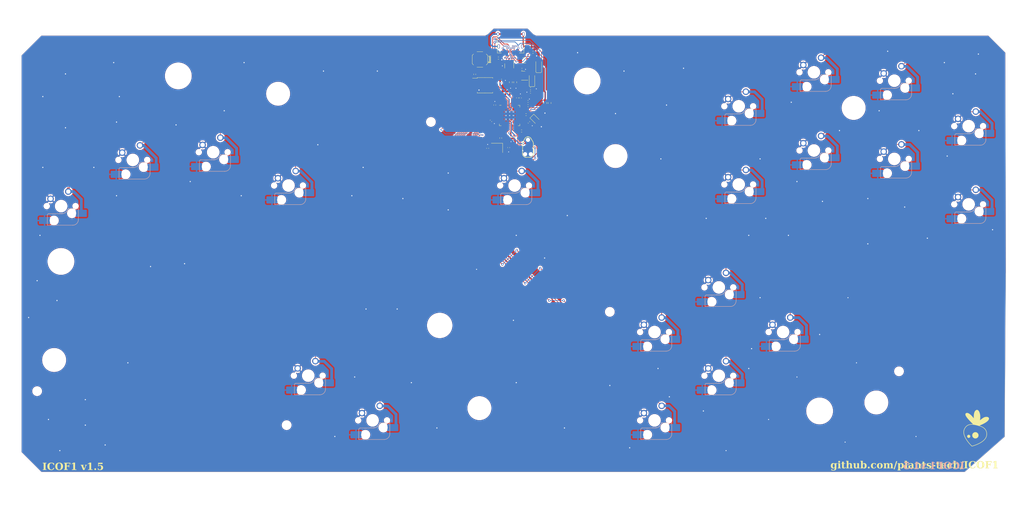
<source format=kicad_pcb>
(kicad_pcb (version 20221018) (generator pcbnew)
  (layers (0 "F.Cu" signal) (31 "B.Cu" signal) (34 "B.Paste" user) (35 "F.Paste" user) (36 "B.SilkS" user "B.Silkscreen") (37 "F.SilkS" user "F.Silkscreen") (38 "B.Mask" user) (39 "F.Mask" user) (44 "Edge.Cuts" user))
  (net 0 "")
  (net 1 "GND")
  (net 2 "START")
  (net 3 "RIGHT")
  (net 4 "DOWN")
  (net 5 "LEFT")
  (net 6 "L")
  (net 7 "M1")
  (net 8 "M2")
  (net 9 "C_UP")
  (net 10 "C_LT")
  (net 11 "A")
  (net 12 "C_DN")
  (net 13 "C_RT")
  (net 14 "UP")
  (net 15 "MS")
  (net 16 "Z")
  (net 17 "LS")
  (net 18 "X")
  (net 19 "Y")
  (net 20 "B")
  (net 21 "R")
  (net 22 "DATA")
  (net 23 "D-")
  (net 24 "D+")
  (net 25 "+5V")
  (net 26 "Net-(D1-A)")
  (net 27 "+3V3")
  (net 28 "+1V1")
  (net 29 "XTAL_IN")
  (net 30 "/XTAL_O")
  (net 31 "PICO_LED")
  (net 32 "Net-(F1-Pad1)")
  (net 33 "Net-(J1-SHIELD)")
  (net 36 "DBUS-")
  (net 37 "DBUS+")
  (net 38 "~{RESET}")
  (net 39 "SWD")
  (net 40 "SWCLK")
  (net 41 "/D_+")
  (net 42 "/D_-")
  (net 43 "XTAL_OUT")
  (net 44 "/~{USB_BOOT}")
  (net 45 "CS")
  (net 46 "Net-(J1-CC2)")
  (net 50 "Net-(J1-CC1)")
  (net 52 "VBUS_SENSE")
  (net 53 "SD3")
  (net 54 "QSPI_CLK")
  (net 55 "SD0")
  (net 56 "SD2")
  (net 57 "SD1")
  (net 60 "3vCable")
  (net 63 "Net-(D3-A)")
  (footprint "" (layer "F.Cu") (at 320.0311 158.1036)
    (fp_text reference "@HOLE15" hide)
    (fp_text value "")
  )
  (footprint "" (layer "F.Cu") (at 348.0311 144.1036)
    (fp_text reference "@HOLE1" hide)
    (fp_text value "")
  )
  (footprint "" (layer "F.Cu") (at 50.0311 140.1036)
    (fp_text reference "@HOLE6" hide)
    (fp_text value "")
  )
  (footprint "bootsel:SW_SPST_SKQG_WithStem" (layer "F.Cu") (at 200.201726 34.00633 -90)
    (fp_text reference "SW1" hide)
    (fp_text value "Boot")
  )
  (footprint "Capacitor_SMD:C_0402_1005Metric" (layer "F.Cu") (at 205.46875 50.103125 90)
    (fp_text reference "C13" hide)
    (fp_text value "100nF")
  )
  (footprint "Resistor_SMD:R_0603_1608Metric" (layer "F.Cu") (at 223.232 49.372 -90)
    (fp_text reference "R5" hide)
    (fp_text value "5.6k")
  )
  (footprint "Package_TO_SOT_SMD:SOT-23" (layer "F.Cu") (at 215.4765 39.727107 180)
    (fp_text reference "U1" hide)
    (fp_text value "XC6206")
  )
  (footprint "" (layer "F.Cu") (at 238.0311 41.6036)
    (fp_text reference "@HOLE11" hide)
    (fp_text value "")
  )
  (footprint "" (layer "F.Cu") (at 248.0311 68.1036)
    (fp_text reference "@HOLE8" hide)
    (fp_text value "")
  )
  (footprint "Capacitor_SMD:C_0402_1005Metric" (layer "F.Cu") (at 215.024 37.487107 180)
    (fp_text reference "C2" hide)
    (fp_text value "1uF")
  )
  (footprint "" (layer "F.Cu") (at 132.0311 163.1036)
    (fp_text reference "@HOLE0" hide)
    (fp_text value "")
  )
  (footprint "Resistor_SMD:R_0603_1608Metric" (layer "F.Cu") (at 224.772 49.372 90)
    (fp_text reference "R6" hide)
    (fp_text value "10k")
  )
  (footprint "Capacitor_SMD:C_0402_1005Metric" (layer "F.Cu") (at 217.489411 56.209411 -45)
    (fp_text reference "C11" hide)
    (fp_text value "100nF")
  )
  (footprint "Resistor_SMD:R_0402_1005Metric" (layer "F.Cu") (at 206.74 33.5 180)
    (fp_text reference "R2" hide)
    (fp_text value "5.1k")
  )
  (footprint "Crystal:Crystal_SMD_3225-4Pin_3.2x2.5mm" (layer "F.Cu") (at 206.206978 65.24 180)
    (fp_text reference "Y1" hide)
    (fp_text value "12MHz")
  )
  (footprint "Capacitor_SMD:C_0402_1005Metric" (layer "F.Cu") (at 204.11 55.68 -135)
    (fp_text reference "C15" hide)
    (fp_text value "100nF")
  )
  (footprint "Capacitor_SMD:C_0402_1005Metric" (layer "F.Cu") (at 210.343991 65.11 90)
    (fp_text reference "C8" hide)
    (fp_text value "22pF")
  )
  (footprint "Fuse:Fuse_1206_3216Metric" (layer "F.Cu") (at 215.834 34.367107)
    (fp_text reference "F1" hide)
    (fp_text value "500 mA")
  )
  (footprint "Resistor_SMD:R_0402_1005Metric" (layer "F.Cu") (at 217.914 29.56)
    (fp_text reference "R1" hide)
    (fp_text value "10k")
  )
  (footprint "" (layer "F.Cu") (at 332.0311 51.1036)
    (fp_text reference "@HOLE4" hide)
    (fp_text value "")
  )
  (footprint "qw-footprints:CUSTOM D_SOD-123" (layer "F.Cu") (at 220.954 36.387107 90)
    (fp_text reference "D2" hide)
    (fp_text value "Schottky Diode")
  )
  (footprint "Capacitor_SMD:C_0402_1005Metric" (layer "F.Cu") (at 218.044 44.332107 180)
    (fp_text reference "C9" hide)
    (fp_text value "10uF")
  )
  (footprint "" (layer "F.Cu") (at 246.0311 123.1036)
    (fp_text reference "@HOLE3" hide)
    (fp_text value "")
  )
  (footprint "Capacitor_SMD:C_0402_1005Metric" (layer "F.Cu") (at 218.044 45.532107)
    (fp_text reference "C1" hide)
    (fp_text value "1uF")
  )
  (footprint "phlob2000020000:R_0402_1005Metric" (layer "F.Cu") (at 216.49 53.48)
    (fp_text reference "R4" hide)
    (fp_text value "470")
  )
  (footprint "" (layer "F.Cu") (at 340.0311 155.1036)
    (fp_text reference "@HOLE5" hide)
    (fp_text value "")
  )
  (footprint "Capacitor_SMD:C_0402_1005Metric" (layer "F.Cu") (at 213.46975 47.563125 90)
    (fp_text reference "C4" hide)
    (fp_text value "1uF")
  )
  (footprint "Resistor_SMD:R_0402_1005Metric" (layer "F.Cu") (at 207.56 61.74 90)
    (fp_text reference "R11" hide)
    (fp_text value "1k")
  )
  (footprint "Capacitor_SMD:C_0402_1005Metric" (layer "F.Cu") (at 212.32 61.4 -90)
    (fp_text reference "C6" hide)
    (fp_text value "100nF")
  )
  (footprint "Capacitor_SMD:C_0402_1005Metric" (layer "F.Cu") (at 217.181 48.817357)
    (fp_text reference "C16" hide)
    (fp_text value "100nF")
  )
  (footprint "" (layer "F.Cu") (at 182.93 56.05)
    (fp_text reference "@HOLE10" hide)
    (fp_text value "")
  )
  (footprint "Capacitor_SMD:C_0402_1005Metric" (layer "F.Cu") (at 214.48575 47.563125 90)
    (fp_text reference "C12" hide)
    (fp_text value "100nF")
  )
  (footprint "Capacitor_SMD:C_0402_1005Metric" (layer "F.Cu") (at 207.85 41.3)
    (fp_text reference "C3" hide)
    (fp_text value "100nF")
  )
  (footprint "Capacitor_SMD:C_0402_1005Metric" (layer "F.Cu") (at 202.92 65.36 -90)
    (fp_text reference "C7" hide)
    (fp_text value "22pF")
  )
  (footprint "phlob2000020000:R_0402_1005Metric" (layer "F.Cu") (at 214.9 59.24)
    (fp_text reference "REF**" hide)
    (fp_text value "180")
  )
  (footprint "" (layer "F.Cu") (at 52.4311 105.3036)
    (fp_text reference "@HOLE12" hide)
    (fp_text value "")
  )
  (footprint "Resistor_SMD:R_0603_1608Metric" (layer "F.Cu") (at 212.664 42.047107 -90)
    (fp_text reference "R9" hide)
    (fp_text value "27")
  )
  (footprint "Resistor_SMD:R_0402_1005Metric" (layer "F.Cu") (at 198.380423 39.239478 -90)
    (fp_text reference "R10" hide)
    (fp_text value "1k")
  )
  (footprint "" (layer "F.Cu") (at 129.0311 46.1036)
    (fp_text reference "@HOLE7" hide)
    (fp_text value "")
  )
  (footprint "Resistor_SMD:R_0603_1608Metric" (layer "F.Cu") (at 211.134 42.047107 -90)
    (fp_text reference "R8" hide)
    (fp_text value "27")
  )
  (footprint "Capacitor_SMD:C_0402_1005Metric" (layer "F.Cu") (at 210.704 45.769357 90)
    (fp_text reference "C10" hide)
    (fp_text value "1uF")
  )
  (footprint "qw-footprints:CUSTOM D_SOD-123" (layer "F.Cu") (at 218.574 41.317107 90)
    (fp_text reference "D1" hide)
    (fp_text value "Schottky Diode")
  )
  (footprint "" (layer "F.Cu") (at 44.0311 151.1036)
    (fp_text reference "@HOLE2" hide)
    (fp_text value "")
  )
  (footprint "Capacitor_SMD:C_0402_1005Metric" (layer "F.Cu") (at 211.27 61.4 -90)
    (fp_text reference "C14" hide)
    (fp_text value "100nF" hide)
  )
  (footprint "LED_SMD:LED_0805_2012Metric" (layer "F.Cu") (at 219.72 55.18 -45)
    (fp_text reference "D3" hide)
    (fp_text value "Green_LED")
  )
  (footprint "qw-footprints:RP2040-QFN-56" (layer "F.Cu") (at 210.704 53.802107)
    (fp_text reference "U3" hide)
    (fp_text value "RP2040")
  )
  (footprint "LOGO" (layer "F.Cu") (at 375.28 164.16)
    (fp_text reference "G" hide)
    (fp_text value "LOGO" hide)
  )
  (footprint "Capacitor_SMD:C_0402_1005Metric" (layer "F.Cu") (at 209.18 45.769357 90)
    (fp_text reference "C5" hide)
    (fp_text value "100nF")
  )
  (footprint "" (layer "F.Cu") (at 186.0311 127.9036)
    (fp_text reference "@HOLE14" hide)
    (fp_text value "")
  )
  (footprint "" (layer "F.Cu") (at 93.8311 39.8036)
    (fp_text reference "@HOLE13" hide)
    (fp_text value "")
  )
  (footprint "marbastlib-various:CON_TC2030_outlined" (layer "F.Cu") (at 217.155 64.91 -90)
    (fp_text reference "J2" hide)
    (fp_text value "Tag-Connect TC2030" hide)
  )
  (footprint "Package_TO_SOT_SMD:SOT-23-6" (layer "F.Cu") (at 210.548 36.257107 -90)
    (fp_text reference "U2" hide)
    (fp_text value "USBLC6-2SC6")
  )
  (footprint "" (layer "F.Cu") (at 200.0311 157.1036)
    (fp_text reference "@HOLE9" hide)
    (fp_text value "")
  )
  (footprint "Capacitor_SMD:C_0402_1005Metric" (layer "F.Cu") (at 217.181 50.341357)
    (fp_text reference "C17" hide)
    (fp_text value "100nF")
  )
  (footprint "Resistor_SMD:R_0402_1005Metric" (layer "F.Cu") (at 218.93 31.465)
    (fp_text reference "R3" hide)
    (fp_text value "5.1k")
  )
  (footprint "qw-footprints:TYPE-C_24P_QCHT" (layer "F.Cu") (at 211.056 26.296 180)
    (fp_text reference "J1" hide)
    (fp_text value "USB C Connector")
  )
  (footprint "Package_SO:SOIC-8_5.23x5.23mm_P1.27mm" (layer "F.Cu") (at 201.98 43.1)
    (fp_text reference "U4" hide)
    (fp_text value "W25Q128JVS")
  )
  (footprint "marbastlib-mx:SW_MX_HS_1u_Htangl" (layer "B.Cu") (at 346.3711 69.1076 180)
    (fp_text reference "SW25" hide)
    (fp_text value "Z" hide)
  )
  (footprint "marbastlib-mx:SW_MX_HS_1u_Htangl" (layer "B.Cu") (at 307.1401 130.2376 180)
    (fp_text reference "SW40" hide)
    (fp_text value "C_RT" hide)
  )
  (footprint "marbastlib-mx:SW_MX_HS_1u_Htangl" (layer "B.Cu") (at 106.1321 66.7386 180)
    (fp_text reference "SW8" hide)
    (fp_text value "Down" hide)
  )
  (footprint "marbastlib-mx:SW_MX_HS_1u_Htangl" (layer "B.Cu") (at 318.0161 66.1326 180)
    (fp_text reference "SW22" hide)
    (fp_text value "X" hide)
  )
  (footprint "marbastlib-mx:SW_MX_HS_1u_Htangl" (layer "B.Cu") (at 372.5941 85.1436 180)
    (fp_text reference "SW26" hide)
    (fp_text value "UP" hide)
  )
  (footprint "marbastlib-mx:SW_MX_HS_1u_Htangl" (layer "B.Cu") (at 212.4361 78.5016 180)
    (fp_text reference "SW3" hide)
    (fp_text value "Start" hide)
  )
  (footprint "marbastlib-mx:SW_MX_HS_1u_Htangl" (layer "B.Cu") (at 284.4831 114.4676 180)
    (fp_text reference "SW35" hide)
    (fp_text value "C_UP" hide)
  )
  (footprint "marbastlib-mx:SW_MX_HS_1u_Htangl" (layer "B.Cu") (at 372.5941 57.5336 180)
    (fp_text reference "SW19" hide)
    (fp_text value "MS" hide)
  )
  (footprint "marbastlib-mx:SW_MX_HS_1u_Htangl" (layer "B.Cu") (at 291.4981 50.5186 180)
    (fp_text reference "SW12" hide)
    (fp_text value "R" hide)
  )
  (footprint "marbastlib-mx:SW_MX_HS_1u_Htangl" (layer "B.Cu") (at 284.4831 145.6526 180)
    (fp_text reference "SW38" hide)
    (fp_text value "A" hide)
  )
  (footprint "marbastlib-mx:SW_MX_HS_1u_Htangl" (layer "B.Cu") (at 139.66 145.63 180)
    (fp_text reference "SW28" hide)
    (fp_text value "M1" hide)
  )
  (footprint "marbastlib-mx:SW_MX_HS_1u_Htangl" (layer "B.Cu") (at 261.7961 130.2376 180)
    (fp_text reference "SW32" hide)
    (fp_text value "C_LT" hide)
  )
  (footprint "marbastlib-mx:SW_MX_HS_1u_Htangl" (layer "B.Cu") (at 261.7961 161.4226 180)
    (fp_text reference "SW36" hide)
    (fp_text value "C_DN" hide)
  )
  (footprint "marbastlib-mx:SW_MX_HS_1u_Htangl" (layer "B.Cu") (at 132.7041 78.5016 180)
    (fp_text reference "SW10" hide)
    (fp_text value "Right" hide)
  )
  (footprint "marbastlib-mx:SW_MX_HS_1u_Htangl" (layer "B.Cu") (at 162.3511 161.4216 180)
    (fp_text reference "SW30" hide)
    (fp_text value "M2" hide)
  )
  (footprint "marbastlib-mx:SW_MX_HS_1u_Htangl" (layer "B.Cu") (at 346.3711 41.4976 180)
    (fp_text reference "SW17" hide)
    (fp_text value "LS" hide)
  )
  (footprint "marbastlib-mx:SW_MX_HS_1u_Htangl" (layer "B.Cu") (at 291.4981 78.1276 180)
    (fp_text reference "SW21" hide)
    (fp_text value "B" hide)
  )
  (footprint "marbastlib-mx:SW_MX_HS_1u_Htangl" (layer "B.Cu") (at 77.7761 69.4646 180)
    (fp_text reference "SW6" hide)
    (fp_text value "Left" hide)
  )
  (footprint "marbastlib-mx:SW_MX_HS_1u_Htangl" (layer "B.Cu") (at 52.4961 85.7676 180)
    (fp_text reference "SW4" hide)
    (fp_text value "L" hide)
  )
  (footprint "marbastlib-mx:SW_MX_HS_1u_Htangl" (layer "B.Cu") (at 318.0161 38.5226 180)
    (fp_text reference "SW14" hide)
    (fp_text value "Y" hide)
  )
  (gr_line (start 216.98 23.1) (end 217.08 23.15) (stroke (width 0.05)) (layer "Edge.Cuts"))
  (gr_line (start 385.28 167.2) (end 371.23 179.6036) (stroke (width 0.1)) (layer "Edge.Cuts"))
  (gr_line (start 45.5311 179.6036) (end 38.5311 172.6036) (stroke (width 0.05)) (layer "Edge.Cuts"))
  (gr_line (start 385.68 109.45) (end 385.28 167.2) (stroke (width 0.1)) (layer "Edge.Cuts"))
  (gr_line (start 45.5311 25.6036) (end 202.0311 25.6036) (stroke (width 0.05)) (layer "Edge.Cuts"))
  (gr_line (start 38.5311 32.6036) (end 45.5311 25.6036) (stroke (width 0.05)) (layer "Edge.Cuts"))
  (gr_line (start 220.0311 25.6036) (end 379.5311 25.6036) (stroke (width 0.05)) (layer "Edge.Cuts"))
  (gr_line (start 217.08 23.15) (end 217.18 23.25) (stroke (width 0.05)) (layer "Edge.Cuts"))
  (gr_line (start 38.5311 172.6036) (end 38.5311 32.6036) (stroke (width 0.05)) (layer "Edge.Cuts"))
  (gr_line (start 379.5311 25.6036) (end 385.5311 31.6036) (stroke (width 0.05)) (layer "Edge.Cuts"))
  (gr_line (start 205.08 23.1) (end 216.98 23.1) (stroke (width 0.05)) (layer "Edge.Cuts"))
  (gr_line (start 217.18 23.25) (end 218.78 24.85) (stroke (width 0.05)) (layer "Edge.Cuts"))
  (gr_line (start 218.78 24.85) (end 219.03 25.1) (stroke (width 0.05)) (layer "Edge.Cuts"))
  (gr_line (start 371.23 179.6036) (end 45.5311 179.6036) (stroke (width 0.05)) (layer "Edge.Cuts"))
  (gr_line (start 202.0311 25.6036) (end 203.03 25.1) (stroke (width 0.05)) (layer "Edge.Cuts"))
  (gr_line (start 219.03 25.1) (end 220.0311 25.6036) (stroke (width 0.05)) (layer "Edge.Cuts"))
  (gr_line (start 203.03 25.1) (end 205.03 23.15) (stroke (width 0.05)) (layer "Edge.Cuts"))
  (gr_line (start 385.5311 31.6036) (end 385.68 109.45) (stroke (width 0.05)) (layer "Edge.Cuts"))
  (gr_line (start 205.03 23.15) (end 205.08 23.1) (stroke (width 0.05)) (layer "Edge.Cuts"))
  (gr_text "ICOF1 v1.5" (at 371.13 179.05) (layer "B.SilkS") (effects (font (size 2.5 2.5) (thickness 0.5) bold) (justify left bottom mirror)))
  (gr_text "github.com/plants-tech/ICOF1" (at 323.83 178.79) (layer "F.SilkS") (effects (font (size 2.5 2.5) (thickness 0.3) bold) (justify left bottom)))
  (gr_text "ICOF1 v1.5" (at 45.85 179.36) (layer "F.SilkS") (effects (font (size 2.5 2.5) (thickness 0.5) bold) (justify left bottom)))
  (segment (start 219.44 31.975) (end 220.2 32.735) (width 0.25) (layer "F.Cu") (net 1))
  (segment (start 204.51 56.64) (end 203.889411 56.019411) (width 0.25) (layer "F.Cu") (net 1))
  (segment (start 205.3 56.64) (end 204.51 56.64) (width 0.25) (layer "F.Cu") (net 1))
  (segment (start 213.806 30.056) (end 213.856 30.006) (width 0.25) (layer "F.Cu") (net 1))
  (segment (start 217.564 44.332107) (end 217.564 45.532107) (width 0.5) (layer "F.Cu") (net 1))
  (segment (start 221.88 57.34) (end 220.382913 55.842913) (width 0.25) (layer "F.Cu") (net 1))
  (segment (start 213.806 31.216) (end 213.806 30.056) (width 0.25) (layer "F.Cu") (net 1))
  (segment (start 210.548 36.052) (end 210.372893 36.227107) (width 0.2) (layer "F.Cu") (net 1))
  (segment (start 209.843991 66.09) (end 207.306978 66.09) (width 0.381) (layer "F.Cu") (net 1))
  (segment (start 209.100452 41.3) (end 209.187416 41.386964) (width 0.5) (layer "F.Cu") (net 1))
  (segment (start 219.44 31.465) (end 219.44 31.975) (width 0.25) (layer "F.Cu") (net 1))
  (segment (start 210.772782 34.0795) (end 210.548 34.304282) (width 0.2) (layer "F.Cu") (net 1))
  (segment (start 208.673137 59.3) (end 209.703999 58.26914) (width 0.2) (layer "F.Cu") (net 1))
  (segment (start 211.18 63.03) (end 211.18 63.02) (width 0.25) (layer "F.Cu") (net 1))
  (segment (start 211.27 62.94) (end 211.27 61.88) (width 0.25) (layer "F.Cu") (net 1))
  (segment (start 209.18 45.289357) (end 210.704 45.289357) (width 0.5) (layer "F.Cu") (net 1))
  (segment (start 216.52 66.18) (end 215.32 66.18) (width 0.25) (layer "F.Cu") (net 1))
  (segment (start 208.154 36.227107) (end 208.124 36.257107) (width 0.2) (layer "F.Cu") (net 1))
  (segment (start 210.343991 65.59) (end 210.343991 66.634) (width 0.381) (layer "F.Cu") (net 1))
  (segment (start 207.25 33.5) (end 207.88 34.13) (width 0.2) (layer "F.Cu") (net 1))
  (segment (start 212.32 62.67) (end 212.32 61.88) (width 0.2) (layer "F.Cu") (net 1))
  (segment (start 218.675 57.395) (end 217.828822 56.548822) (width 0.2) (layer "F.Cu") (net 1))
  (segment (start 221.88 57.75) (end 221.88 57.34) (width 0.25) (layer "F.Cu") (net 1))
  (segment (start 199.675 45.005) (end 198.38 45.005) (width 0.25) (layer "F.Cu") (net 1))
  (segment (start 210.772782 34.0795) (end 210.7495 34.0795) (width 0.2) (layer "F.Cu") (net 1))
  (segment (start 202.92 64.03) (end 202.92 64.88) (width 0.381) (layer "F.Cu") (net 1))
  (segment (start 209.703999 58.26914) (end 209.704 57.239607) (width 0.2) (layer "F.Cu") (net 1))
  (segment (start 199.88 44.8) (end 199.675 45.005) (width 0.25) (layer "F.Cu") (net 1))
  (segment (start 211.18 63.03) (end 211.27 62.94) (width 0.25) (layer "F.Cu") (net 1))
  (segment (start 208.33 41.3) (end 209.100452 41.3) (width 0.5) (layer "F.Cu") (net 1))
  (segment (start 217.661 48.817357) (end 217.661 50.341357) (width 0.381) (layer "F.Cu") (net 1))
  (segment (start 206.52 59.3) (end 208.673137 59.3) (width 0.2) (layer "F.Cu") (net 1))
  (segment (start 210.372893 36.227107) (end 208.154 36.227107) (width 0.2) (layer "F.Cu") (net 1))
  (segment (start 203.889411 56.019411) (end 203.770589 56.019411) (width 0.25) (layer "F.Cu") (net 1))
  (segment (start 207.88 34.13) (end 207.92 34.13) (width 0.2) (layer "F.Cu") (net 1))
  (segment (start 215.504 37.487107) (end 216.284 37.487107) (width 0.5) (layer "F.Cu") (net 1))
  (segment (start 205.46875 49.623125) (end 205.46875 48.833125) (width 0.381) (layer "F.Cu") (net 1))
  (segment (start 208.306 30.056) (end 208.256 30.006) (width 0.25) (layer "F.Cu") (net 1))
  (segment (start 217.66075 47.977107) (end 217.66075 48.817107) (width 0.381) (layer "F.Cu") (net 1))
  (segment (start 208.306 31.216) (end 208.306 30.056) (width 0.25) (layer "F.Cu") (net 1))
  (segment (start 210.343991 65.59) (end 209.843991 66.09) (width 0.381) (layer "F.Cu") (net 1))
  (segment (start 210.548 34.304282) (end 210.548 35.119607) (width 0.2) (layer "F.Cu") (net 1))
  (segment (start 216.284 37.487107) (end 216.294 37.477107) (width 0.5) (layer "F.Cu") (net 1))
  (segment (start 214.48575 47.083125) (end 214.48575 46.166125) (width 0.2) (layer "F.Cu") (net 1))
  (segment (start 217.564 45.532107) (end 216.784 45.532107) (width 0.5) (layer "F.Cu") (net 1))
  (segment (start 212.15 62.84) (end 212.32 62.67) (width 0.2) (layer "F.Cu") (net 1))
  (segment (start 202.94 62.88) (end 206.52 59.3) (width 0.2) (layer "F.Cu") (net 1))
  (segment (start 202.94 64.01) (end 202.94 62.88) (width 0.2) (layer "F.Cu") (net 1))
  (segment (start 210.548 35.119607) (end 210.548 36.052) (width 0.2) (layer "F.Cu") (net 1))
  (segment (start 216.784 45.532107) (end 216.774 45.542107) (width 0.5) (layer "F.Cu") (net 1))
  (segment (start 207.06 66.09) (end 205.36 64.39) (width 0.254) (layer "F.Cu") (net 1))
  (segment (start 210.7495 34.0795) (end 210.675 34.005) (width 0.2) (layer "F.Cu") (net 1))
  (via (at 350.0311 86.1036) (size 0.5524) (drill 0.4) (layers "F.Cu" "B.Cu") (net 1))
  (via (at 205.3 56.64) (size 0.6) (drill 0.3) (layers "F.Cu" "B.Cu") (net 1))
  (via (at 155.0311 82.1036) (size 0.5524) (drill 0.4) (layers "F.Cu" "B.Cu") (net 1))
  (via (at 296.0311 136.1036) (size 0.5524) (drill 0.4) (layers "F.Cu" "B.Cu") (net 1))
  (via (at 209.91375 44.642125) (size 0.6) (drill 0.3) (layers "F.Cu" "B.Cu") (net 1))
  (via (at 344.0311 31.1036) (size 0.5524) (drill 0.4) (layers "F.Cu" "B.Cu") (net 1))
  (via (at 267.0311 153.1036) (size 0.5524) (drill 0.4) (layers "F.Cu" "B.Cu") (net 1))
  (via (at 302.0311 161.1036) (size 0.5024) (drill 0.35) (layers "F.Cu" "B.Cu") (net 1))
  (via (at 208.124 36.257107) (size 0.6) (drill 0.3) (layers "F.Cu" "B.Cu") (net 1))
  (via (at 221.88 57.75) (size 0.8) (drill 0.4) (layers "F.Cu" "B.Cu") (net 1))
  (via (at 337.0311 83.1036) (size 0.5524) (drill 0.4) (layers "F.Cu" "B.Cu") (net 1))
  (via (at 145.0311 38.1036) (size 0.5524) (drill 0.4) (layers "F.Cu" "B.Cu") (net 1))
  (via (at 48.0311 161.1036) (size 0.5524) (drill 0.4) (layers "F.Cu" "B.Cu") (net 1))
  (via (at 333.0311 141.1036) (size 0.5024) (drill 0.35) (layers "F.Cu" "B.Cu") (net 1))
  (via (at 164.0311 38.1036) (size 0.5524) (drill 0.4) (layers "F.Cu" "B.Cu") (net 1))
  (via (at 266.0311 50.1036) (size 0.5524) (drill 0.4) (layers "F.Cu" "B.Cu") (net 1))
  (via (at 207.92 34.13) (size 0.8) (drill 0.4) (layers "F.Cu" "B.Cu") (net 1))
  (via (at 358.0311 97.1036) (size 0.5524) (drill 0.4) (layers "F.Cu" "B.Cu") (net 1))
  (via (at 211.18 63.03) (size 0.6) (drill 0.3) (layers "F.Cu" "B.Cu") (net 1))
  (via (at 299.0311 69.1036) (size 0.5524) (drill 0.4) (layers "F.Cu" "B.Cu") (net 1))
  (via (at 176.0311 148.1036) (size 0.5524) (drill 0.4) (layers "F.Cu" "B.Cu") (net 1))
  (via (at 202.94 64.01) (size 0.6) (drill 0.3) (layers "F.Cu" "B.Cu") (net 1))
  (via (at 365.0311 68.1036) (size 0.5524) (drill 0.4) (layers "F.Cu" "B.Cu") (net 1))
  (via (at 287.0311 172.1036) (size 0.5024) (drill 0.35) (layers "F.Cu" "B.Cu") (net 1))
  (via (at 327.0311 59.1036) (size 0.5524) (drill 0.4) (layers "F.Cu" "B.Cu") (net 1))
  (via (at 246.0311 149.1036) (size 0.5524) (drill 0.4) (layers "F.Cu" "B.Cu") (net 1))
  (via (at 210.343991 66.634) (size 0.6) (drill 0.3) (layers "F.Cu" "B.Cu") (net 1))
  (via (at 220.2 32.735) (size 0.8) (drill 0.4) (layers "F.Cu" "B.Cu") (net 1))
  (via (at 329.0311 169.1036) (size 0.5024) (drill 0.35) (layers "F.Cu" "B.Cu") (net 1))
  (via (at 230.0311 164.1036) (size 0.5524) (drill 0.4) (layers "F.Cu" "B.Cu") (net 1))
  (via (at 84.0311 107.1036) (size 0.5524) (drill 0.4) (layers "F.Cu" "B.Cu") (net 1))
  (via (at 41.0311 125.1036) (size 0.5524) (drill 0.4) (layers "F.Cu" "B.Cu") (net 1))
  (via (at 279.0311 158.1036) (size 0.5524) (drill 0.4) (layers "F.Cu" "B.Cu") (net 1))
  (via (at 337.0311 99.1036) (size 0.5524) (drill 0.4) (layers "F.Cu" "B.Cu") (net 1))
  (via (at 295.0311 96.1036) (size 0.5524) (drill 0.4) (layers "F.Cu" "B.Cu") (net 1))
  (via (at 213.0311 96.1036) (size 0.5524) (drill 0.4) (layers "F.Cu" "B.Cu") (net 1))
  (via (at 215.32 66.18) (size 0.8) (drill 0.4) (layers "F.Cu" "B.Cu") (net 1))
  (via (at 156.0311 146.1036) (size 0.5524) (drill 0.4) (layers "F.Cu" "B.Cu") (net 1))
  (via (at 51.0311 119.1036) (size 0.5524) (drill 0.4) (layers "F.Cu" "B.Cu") (net 1))
  (via (at 310.0311 49.1036) (size 0.5524) (drill 0.4) (layers "F.Cu" "B.Cu") (net 1))
  (via (at 72.0311 82.1036) (size 0.5524) (drill 0.4) (layers "F.Cu" "B.Cu") (net 1))
  (via (at 160.0311 122.1036) (size 0.5524) (drill 0.4) (layers "F.Cu" "B.Cu") (net 1))
  (via (at 149.0311 167.1036) (size 0.5524) (drill 0.4) (layers "F.Cu" "B.Cu") (net 1))
  (via (at 96.0311 106.1036) (size 0.5524) (drill 0.4) (layers "F.Cu" "B.Cu") (net 1))
  (via (at 185.0311 164.1036) (size 0.5524) (drill 0.4) (layers "F.Cu" "B.Cu") (net 1))
  (via (at 64.0311 72.1036) (size 0.5524) (drill 0.4) (layers "F.Cu" "B.Cu") (net 1))
  (via (at 54.0311 58.1036) (size 0.5524) (drill 0.4) (layers "F.Cu" "B.Cu") (net 1))
  (via (at 309.0311 96.1036) (size 0.5524) (drill 0.4) (layers "F.Cu" "B.Cu") (net 1))
  (via (at 61.0311 154.1036) (size 0.5524) (drill 0.4) (layers "F.Cu" "B.Cu") (net 1))
  (via (at 171.0311 122.1036) (size 0.5524) (drill 0.4) (layers "F.Cu" "B.Cu") (net 1))
  (via (at 216.294 37.477107) (size 0.6) (drill 0.3) (layers "F.Cu" "B.Cu") (net 1))
  (via (at 93.0311 57.1036) (size 0.5524) (drill 0.4) (layers "F.Cu" "B.Cu") (net 1))
  (via (at 189.0311 74.1036) (size 0.5524) (drill 0.4) (layers "F.Cu" "B.Cu") (net 1))
  (via (at 375.0311 39.1036) (size 0.5524) (drill 0.4) (layers "F.Cu" "B.Cu") (net 1))
  (via (at 272.0311 37.1036) (size 0.5524) (drill 0.4) (layers "F.Cu" "B.Cu") (net 1))
  (via (at 354.0311 167.1036) (size 0.5024) (drill 0.35) (layers "F.Cu" "B.Cu") (net 1))
  (via (at 46.0311 72.1036) (size 0.5524) (drill 0.4) (layers "F.Cu" "B.Cu") (net 1))
  (via (at 312.0311 77.1036) (size 0.5524) (drill 0.4) (layers "F.Cu" "B.Cu") (net 1))
  (via (at 143.0311 64.1036) (size 0.5524) (drill 0.4) (layers "F.Cu" "B.Cu") (net 1))
  (via (at 189.0311 87.1036) (size 0.5524) (drill 0.4) (layers "F.Cu" "B.Cu") (net 1))
  (via (at 376.0311 32.1036) (size 0.5524) (drill 0.4) (layers "F.Cu" "B.Cu") (net 1))
  (via (at 68.0311 170.1036) (size 0.5524) (drill 0.4) (layers "F.Cu" "B.Cu") (net 1))
  (via (at 330.0311 118.1036) (size 0.5024) (drill 0.35) (layers "F.Cu" "B.Cu") (net 1))
  (via (at 321.0311 84.1036) (size 0.5524) (drill 0.4) (layers "F.Cu" "B.Cu") (net 1))
  (via (at 312.0311 146.1036) (size 0.5024) (drill 0.35) (layers "F.Cu" "B.Cu") (net 1))
  (via (at 76.0311 141.1036) (size 0.5524) (drill 0.4) (layers "F.Cu" "B.Cu") (net 1))
  (via (at 251.0311 38.1036) (size 0.5524) (drill 0.4) (layers "F.Cu" "B.Cu") (net 1))
  (via (at 212.15 62.84) (size 0.6) (drill 0.3) (layers "F.Cu" "B.Cu") (net 1))
  (via (at 116.0311 82.1036) (size 0.5524) (drill 0.4) (layers "F.Cu" "B.Cu") (net 1))
  (via (at 231.0311 89.1036) (size 0.5524) (drill 0.4) (layers "F.Cu" "B.Cu") (net 1))
  (via (at 199.88 44.8) (size 0.8) (drill 0.4) (layers "F.Cu" "B.Cu") (net 1))
  (via (at 209.187416 41.386964) (size 0.6) (drill 0.3) (layers "F.Cu" "B.Cu") (net 1))
  (via (at 210.772782 34.0795) (size 0.5) (drill 0.3) (layers "F.Cu" "B.Cu") (net 1))
  (via (at 212.0311 126.1036) (size 0.5524) (drill 0.4) (layers "F.Cu" "B.Cu") (net 1))
  (via (at 341.0311 52.1036) (size 0.5524) (drill 0.4) (layers "F.Cu" "B.Cu") (net 1))
  (via (at 214.48575 46.166125) (size 0.6) (drill 0.3) (layers "F.Cu" "B.Cu") (net 1))
  (via (at 217.66075 47.977107) (size 0.6) (drill 0.3) (layers "F.Cu" "B.Cu") (net 1))
  (via (at 320.0311 131.1036) (size 0.5524) (drill 0.4) (layers "F.Cu" "B.Cu") (net 1))
  (via (at 301.0311 90.1036) (size 0.5524) (drill 0.4) (layers "F.Cu" "B.Cu") (net 1))
  (via (at 199.0311 108.1036) (size 0.5024) (drill 0.35) (layers "F.Cu" "B.Cu") (net 1))
  (via (at 61.0311 163.1036) (size 0.5524) (drill 0.4) (layers "F.Cu" "B.Cu") (net 1))
  (via (at 54.0311 39.1036) (size 0.5524) (drill 0.4) (layers "F.Cu" "B.Cu") (net 1))
  (via (at 280.0311 90.1036) (size 0.5524) (drill 0.4) (layers "F.Cu" "B.Cu") (net 1))
  (via (at 73.0311 47.1036) (size 0.5524) (drill 0.4) (layers "F.Cu" "B.Cu") (net 1))
  (via (at 381.0311 94.1036) (size 0.5524) (drill 0.4) (layers "F.Cu" "B.Cu") (net 1))
  (via (at 72.0311 56.1036) (size 0.5524) (drill 0.4) (layers "F.Cu" "B.Cu") (net 1))
  (via (at 159.0311 72.1036) (size 0.5524) (drill 0.4) (layers "F.Cu" "B.Cu") (net 1))
  (via (at 223.0311 104.1036) (size 0.5524) (drill 0.4) (layers "F.Cu" "B.Cu") (net 1))
  (via (at 220.1 44.37) (size 0.6) (drill 0.3) (layers "F.Cu" "B.Cu") (net 1))
  (via (at 355.0311 59.1036) (size 0.5524) (drill 0.4) (layers "F.Cu" "B.Cu") (net 1))
  (via (at 216.774 45.542107) (size 0.6) (drill 0.3) (layers "F.Cu" "B.Cu") (net 1))
  (via (at 173.0311 83.1036) (size 0.5524) (drill 0.4) (layers "F.Cu" "B.Cu") (net 1))
  (via (at 117.0311 35.1036) (size 0.5524) (drill 0.4) (layers "F.Cu" "B.Cu") (net 1))
  (via (at 213.0311 148.1036) (size 0.5524) (drill 0.4) (layers "F.Cu" "B.Cu") (net 1))
  (via (at 205.46875 48.833125) (size 0.6) (drill 0.3) (layers "F.Cu" "B.Cu") (net 1))
  (via (at 364.0311 35.1036) (size 0.5524) (drill 0.4) (layers "F.Cu" "B.Cu") (net 1))
  (via (at 71.0311 35.1036) (size 0.5524) (drill 0.4) (layers "F.Cu" "B.Cu") (net 1))
  (via (at 248.0311 53.1036) (size 0.5524) (drill 0.4) (layers "F.Cu" "B.Cu") (net 1))
  (via (at 212.93 44.15) (size 0.6) (drill 0.3) (layers "F.Cu" "B.Cu") (net 1))
  (via (at 295.0311 143.1036) (size 0.5524) (drill 0.4) (layers "F.Cu" "B.Cu") (net 1))
  (via (at 218.675 57.395) (size 0.6) (drill 0.3) (layers "F.Cu" "B.Cu") (net 1))
  (via (at 45.0311 96.1036) (size 0.5524) (drill 0.4) (layers "F.Cu" "B.Cu") (net 1))
  (via (at 263.0311 143.1036) (size 0.5524) (drill 0.4) (layers "F.Cu" "B.Cu") (net 1))
  (via (at 211.025 44.15) (size 0.6) (drill 0.3) (layers "F.Cu" "B.Cu") (net 1))
  (via (at 44.0311 112.1036) (size 0.5524) (drill 0.4) (layers "F.Cu" "B.Cu") (net 1))
  (via (at 234.658412 31.602982) (size 0.5524) (drill 0.4) (layers "F.Cu" "B.Cu") (net 1))
  (via (at 98.0311 77.1036) (size 0.5524) (drill 0.4) (layers "F.Cu" "B.Cu") (net 1))
  (via (at 52.0311 172.1036) (size 0.5524) (drill 0.4) (layers "F.Cu" "B.Cu") (net 1))
  (via (at 46.0311 47.1036) (size 0.5524) (drill 0.4) (layers "F.Cu" "B.Cu") (net 1))
  (via (at 253.0311 171.1036) (size 0.5524) (drill 0.4) (layers "F.Cu" "B.Cu") (net 1))
  (via (at 223.15 52.94) (size 0.8) (drill 0.4) (layers "F.Cu" "B.Cu") (net 1))
  (via (at 367.0311 46.1036) (size 0.5524) (drill 0.4) (layers "F.Cu" "B.Cu") (net 1))
  (via (at 110.0311 52.1036) (size 0.5524) (drill 0.4) (layers "F.Cu" "B.Cu") (net 1))
  (via (at 264.0311 69.1036) (size 0.5524) (drill 0.4) (layers "F.Cu" "B.Cu") (net 1))
  (via (at 299.0311 118.1036) (size 0.5524) (drill 0.4) (layers "F.Cu" "B.Cu") (net 1))
  (segment (start 210.704 52.527107) (end 210.704 55.077107) (width 0.635) (layer "B.Cu") (net 1))
  (segment (start 211.98 55.076107) (end 211.98 52.528107) (width 0.635) (layer "B.Cu") (net 1))
  (segment (start 223.15 56.48) (end 221.88 57.75) (width 0.25) (layer "B.Cu") (net 1))
  (segment (start 209.729 54.777107) (end 211.679 54.777107) (width 0.635) (layer "B.Cu") (net 1))
  (segment (start 211.679 54.777107) (end 211.979 55.077107) (width 0.635) (layer "B.Cu") (net 1))
  (segment (start 211.979 52.527107) (end 209.429 52.527107) (width 0.635) (layer "B.Cu") (net 1))
  (segment (start 223.15 52.94) (end 223.15 56.48) (width 0.25) (layer "B.Cu") (net 1))
  (segment (start 211.979 55.077107) (end 211.98 55.076107) (width 0.635) (layer "B.Cu") (net 1))
  (segment (start 209.429 55.077107) (end 209.729 54.777107) (width 0.635) (layer "B.Cu") (net 1))
  (segment (start 209.429 55.077107) (end 209.429 52.527107) (width 0.635) (layer "B.Cu") (net 1))
  (segment (start 211.98 52.528107) (end 211.979 52.527107) (width 0.635) (layer "B.Cu") (net 1))
  (segment (start 211.979 53.802107) (end 209.429 53.802107) (width 0.635) (layer "B.Cu") (net 1))
  (segment (start 199.88 60.9925) (end 199.88 69.65) (width 0.2) (layer "F.Cu") (net 2))
  (segment (start 201.15 60.675) (end 200.1975 60.675) (width 0.2) (layer "F.Cu") (net 2))
  (segment (start 203.6516 73.4216) (end 214.9761 73.4216) (width 0.2) (layer "F.Cu") (net 2))
  (segment (start 199.88 69.65) (end 203.6516 73.4216) (width 0.2) (layer "F.Cu") (net 2))
  (segment (start 193.712893 51.602107) (end 207.2665 51.602107) (width 0.2) (layer "F.Cu") (net 2))
  (segment (start 186.545 58.77) (end 193.712893 51.602107) (width 0.2) (layer "F.Cu") (net 2))
  (segment (start 200.1975 60.675) (end 199.88 60.9925) (width 0.2) (layer "F.Cu") (net 2))
  (via (at 201.15 60.675) (size 0.6) (drill 0.3) (layers "F.Cu" "B.Cu") (net 2))
  (via (at 186.545 58.77) (size 0.6) (drill 0.3) (layers "F.Cu" "B.Cu") (net 2))
  (segment (start 188.025 60.25) (end 199.455 60.25) (width 0.2) (layer "B.Cu") (net 2))
  (segment (start 220.6911 81.0416) (end 220.6911 77.1611) (width 1) (layer "B.Cu") (net 2))
  (segment (start 216.9516 73.4216) (end 214.9761 73.4216) (width 1) (layer "B.Cu") (net 2))
  (segment (start 199.88 60.675) (end 201.15 60.675) (width 0.2) (layer "B.Cu") (net 2))
  (segment (start 220.6911 77.1611) (end 216.9516 73.4216) (width 1) (layer "B.Cu") (net 2))
  (segment (start 199.455 60.25) (end 199.88 60.675) (width 0.2) (layer "B.Cu") (net 2))
  (segment (start 186.545 58.77) (end 188.025 60.25) (width 0.2) (layer "B.Cu") (net 2))
  (segment (start 122.24 95.67) (end 164.02 95.67) (width 0.2) (layer "F.Cu") (net 3))
  (segment (start 116.99 70.07) (end 116.99 90.42) (width 0.2) (layer "F.Cu") (net 3))
  (segment (start 135.2241 73.3716) (end 135.2241 71.9441) (width 0.2) (layer "F.Cu") (net 3))
  (segment (start 135.2241 71.9441) (end 131.02 67.74) (width 0.2) (layer "F.Cu") (net 3))
  (segment (start 131.02 67.74) (end 119.32 67.74) (width 0.2) (layer "F.Cu") (net 3))
  (segment (start 197.26 55.04) (end 200.28 55.04) (width 0.2) (layer "F.Cu") (net 3))
  (segment (start 119.32 67.74) (end 116.99 70.07) (width 0.2) (layer "F.Cu") (net 3))
  (segment (start 116.99 90.42) (end 122.24 95.67) (width 0.2) (layer "F.Cu") (net 3))
  (segment (start 164.02 95.67) (end 189.085 70.605) (width 0.2) (layer "F.Cu") (net 3))
  (segment (start 189.085 63.215) (end 197.26 55.04) (width 0.2) (layer "F.Cu") (net 3))
  (segment (start 207.2665 52.402107) (end 207.254393 52.39) (width 0.2) (layer "F.Cu") (net 3))
  (segment (start 202.93 52.39) (end 200.29 55.03) (width 0.2) (layer "F.Cu") (net 3))
  (segment (start 189.085 70.605) (end 189.085 63.215) (width 0.2) (layer "F.Cu") (net 3))
  (segment (start 207.254393 52.39) (end 202.93 52.39) (width 0.2) (layer "F.Cu") (net 3))
  (segment (start 140.9591 81.0416) (end 140.9591 77.3791) (width 1) (layer "B.Cu") (net 3))
  (segment (start 140.9591 77.3791) (end 137.0016 73.4216) (width 1) (layer "B.Cu") (net 3))
  (segment (start 137.0016 73.4216) (end 135.2441 73.4216) (width 1) (layer "B.Cu") (net 3))
  (segment (start 197.48 55.455) (end 189.485 63.45) (width 0.2) (layer "F.Cu") (net 4))
  (segment (start 207.2665 52.802107) (end 203.127893 52.802107) (width 0.2) (layer "F.Cu") (net 4))
  (segment (start 203.127893 52.802107) (end 200.475 55.455) (width 0.2) (layer "F.Cu") (net 4))
  (segment (start 106.5 56.58) (end 108.6521 58.7321) (width 0.2) (layer "F.Cu") (net 4))
  (segment (start 189.485 70.815) (end 164.06 96.24) (width 0.2) (layer "F.Cu") (net 4))
  (segment (start 99.73 56.58) (end 106.5 56.58) (width 0.2) (layer "F.Cu") (net 4))
  (segment (start 108.6521 58.7321) (end 108.6521 61.6086) (width 0.2) (layer "F.Cu") (net 4))
  (segment (start 92.6 91.51) (end 92.6 63.71) (width 0.2) (layer "F.Cu") (net 4))
  (segment (start 97.33 96.24) (end 92.6 91.51) (width 0.2) (layer "F.Cu") (net 4))
  (segment (start 200.475 55.455) (end 197.48 55.455) (width 0.2) (layer "F.Cu") (net 4))
  (segment (start 189.485 63.45) (end 189.485 70.815) (width 0.2) (layer "F.Cu") (net 4))
  (segment (start 164.06 96.24) (end 97.33 96.24) (width 0.2) (layer "F.Cu") (net 4))
  (segment (start 92.6 63.71) (end 99.73 56.58) (width 0.2) (layer "F.Cu") (net 4))
  (segment (start 114.3871 65.3571) (end 110.6886 61.6586) (width 1) (layer "B.Cu") (net 4))
  (segment (start 114.3871 69.2786) (end 114.3871 65.3571) (width 1) (layer "B.Cu") (net 4))
  (segment (start 110.6886 61.6586) (end 108.6721 61.6586) (width 1) (layer "B.Cu") (net 4))
  (segment (start 200.613394 55.986606) (end 203.397893 53.202107) (width 0.2) (layer "F.Cu") (net 5))
  (segment (start 189.885 71.025) (end 189.885 63.685) (width 0.2) (layer "F.Cu") (net 5))
  (segment (start 165.96 94.94) (end 165.97 94.94) (width 0.2) (layer "F.Cu") (net 5))
  (segment (start 189.885 63.685) (end 197.583394 55.986606) (width 0.2) (layer "F.Cu") (net 5))
  (segment (start 80.2961 64.3346) (end 85.2407 59.39) (width 0.2) (layer "F.Cu") (net 5))
  (segment (start 85.2407 59.39) (end 86.98 59.39) (width 0.2) (layer "F.Cu") (net 5))
  (segment (start 86.98 59.39) (end 90.82 63.23) (width 0.2) (layer "F.Cu") (net 5))
  (segment (start 164.12 96.78) (end 165.96 94.94) (width 0.2) (layer "F.Cu") (net 5))
  (segment (start 90.82 63.23) (end 90.82 92.06) (width 0.2) (layer "F.Cu") (net 5))
  (segment (start 165.97 94.94) (end 189.885 71.025) (width 0.2) (layer "F.Cu") (net 5))
  (segment (start 197.583394 55.986606) (end 200.613394 55.986606) (width 0.2) (layer "F.Cu") (net 5))
  (segment (start 95.54 96.78) (end 164.12 96.78) (width 0.2) (layer "F.Cu") (net 5))
  (segment (start 90.82 92.06) (end 95.54 96.78) (width 0.2) (layer "F.Cu") (net 5))
  (segment (start 203.397893 53.202107) (end 207.287893 53.202107) (width 0.2) (layer "F.Cu") (net 5))
  (segment (start 86.0311 68.8011) (end 81.5646 64.3346) (width 1) (layer "B.Cu") (net 5))
  (segment (start 81.5646 64.3346) (end 80.2961 64.3346) (width 1) (layer "B.Cu") (net 5))
  (segment (start 86.0311 72.0046) (end 86.0311 68.8011) (width 1) (layer "B.Cu") (net 5))
  (segment (start 60.39 77.72) (end 56.96 77.72) (width 0.2) (layer "F.Cu") (net 6))
  (segment (start 79.89 97.22) (end 60.39 77.72) (width 0.2) (layer "F.Cu") (net 6))
  (segment (start 200.902107 56.47) (end 197.735 56.47) (width 0.2) (layer "F.Cu") (net 6))
  (segment (start 164.37 97.22) (end 79.89 97.22) (width 0.2) (layer "F.Cu") (net 6))
  (segment (start 203.77 53.602107) (end 200.902107 56.47) (width 0.2) (layer "F.Cu") (net 6))
  (segment (start 55.0161 80.6376) (end 55.0161 79.6639) (width 1) (layer "F.Cu") (net 6))
  (segment (start 207.307893 53.602107) (end 203.77 53.602107) (width 0.2) (layer "F.Cu") (net 6))
  (segment (start 190.355 71.235) (end 164.37 97.22) (width 0.2) (layer "F.Cu") (net 6))
  (segment (start 56.96 77.72) (end 55.0161 79.6639) (width 0.2) (layer "F.Cu") (net 6))
  (segment (start 190.355 63.85) (end 190.355 71.235) (width 0.2) (layer "F.Cu") (net 6))
  (segment (start 197.735 56.47) (end 190.355 63.85) (width 0.2) (layer "F.Cu") (net 6))
  (segment (start 56.9016 80.6376) (end 55.0161 80.6376) (width 1) (layer "B.Cu") (net 6))
  (segment (start 59.6061 88.3176) (end 59.6061 83.3421) (width 1) (layer "B.Cu") (net 6))
  (segment (start 59.6061 83.3421) (end 56.9016 80.6376) (width 1) (layer "B.Cu") (net 6))
  (segment (start 207.2665 54.002107) (end 204.067893 54.002107) (width 0.2) (layer "F.Cu") (net 7))
  (segment (start 201.2 56.87) (end 197.97 56.87) (width 0.2) (layer "F.Cu") (net 7))
  (segment (start 190.755 90.275) (end 142.2031 138.8269) (width 0.2) (layer "F.Cu") (net 7))
  (segment (start 142.2031 138.8269) (end 142.2031 140.5726) (width 0.2) (layer "F.Cu") (net 7))
  (segment (start 197.97 56.87) (end 190.755 64.085) (width 0.2) (layer "F.Cu") (net 7))
  (segment (start 204.067893 54.002107) (end 201.2 56.87) (width 0.2) (layer "F.Cu") (net 7))
  (segment (start 190.755 64.085) (end 190.755 90.275) (width 0.2) (layer "F.Cu") (net 7))
  (segment (start 145.2846 140.5726) (end 142.8026 140.5726) (width 1) (layer "B.Cu") (net 7))
  (segment (start 147.9181 143.2061) (end 145.2846 140.5726) (width 1) (layer "B.Cu") (net 7))
  (segment (start 147.9181 148.1926) (end 147.9181 143.2061) (width 1) (layer "B.Cu") (net 7))
  (segment (start 142.8026 140.5726) (end 142.2031 140.5726) (width 0.25) (layer "B.Cu") (net 7))
  (segment (start 164.955 117.232843) (end 164.955 156.2777) (width 0.2) (layer "F.Cu") (net 8))
  (segment (start 191.155 91.032843) (end 164.955 117.232843) (width 0.2) (layer "F.Cu") (net 8))
  (segment (start 204.277893 54.402107) (end 201.38 57.3) (width 0.2) (layer "F.Cu") (net 8))
  (segment (start 201.38 57.3) (end 198.105686 57.3) (width 0.2) (layer "F.Cu") (net 8))
  (segment (start 198.105686 57.3) (end 191.155 64.250686) (width 0.2) (layer "F.Cu") (net 8))
  (segment (start 191.155 64.250686) (end 191.155 91.032843) (width 0.2) (layer "F.Cu") (net 8))
  (segment (start 207.2665 54.402107) (end 204.277893 54.402107) (width 0.2) (layer "F.Cu") (net 8))
  (segment (start 164.955 156.2777) (end 164.8911 156.3416) (width 0.2) (layer "F.Cu") (net 8))
  (segment (start 170.6061 159.2901) (end 167.6576 156.3416) (width 1) (layer "B.Cu") (net 8))
  (segment (start 170.6061 163.9616) (end 170.6061 159.2901) (width 1) (layer "B.Cu") (net 8))
  (segment (start 167.6576 156.3416) (end 164.8911 156.3416) (width 1) (layer "B.Cu") (net 8))
  (segment (start 208.135 106.395) (end 197.88431 96.14431) (width 0.25) (layer "F.Cu") (net 9))
  (segment (start 287.0031 109.3376) (end 287.0031 105.2531) (width 0.25) (layer "F.Cu") (net 9))
  (segment (start 205.185209 58.190808) (end 199.953556 58.190808) (width 0.2) (layer "F.Cu") (net 9))
  (segment (start 208.104 57.239607) (end 208.104 57.606394) (width 0.2) (layer "F.Cu") (net 9))
  (segment (start 205.664369 57.691273) (end 205.34683 58.008812) (width 0.2) (layer "F.Cu") (net 9))
  (segment (start 199.953556 58.190808) (end 197.88431 60.260054) (width 0.2) (layer "F.Cu") (net 9))
  (segment (start 208.019121 57.691273) (end 205.664369 57.691273) (width 0.2) (layer "F.Cu") (net 9))
  (segment (start 284.335 102.585) (end 214.485 102.585) (width 0.25) (layer "F.Cu") (net 9))
  (segment (start 205.34683 58.029187) (end 205.185209 58.190808) (width 0.2) (layer "F.Cu") (net 9))
  (segment (start 197.88431 60.260054) (end 197.88431 69.511124) (width 0.2) (layer "F.Cu") (net 9))
  (segment (start 287.0031 105.2531) (end 284.335 102.585) (width 0.25) (layer "F.Cu") (net 9))
  (segment (start 208.104 57.606394) (end 208.019121 57.691273) (width 0.2) (layer "F.Cu") (net 9))
  (segment (start 205.34683 58.008812) (end 205.34683 58.029187) (width 0.2) (layer "F.Cu") (net 9))
  (segment (start 214.485 102.585) (end 213.215 101.315) (width 0.25) (layer "F.Cu") (net 9))
  (segment (start 197.88431 96.14431) (end 197.88431 69.511124) (width 0.25) (layer "F.Cu") (net 9))
  (via (at 208.135 106.395) (size 0.8) (drill 0.4) (layers "F.Cu" "B.Cu") (net 9))
  (via (at 213.215 101.315) (size 0.8) (drill 0.4) (layers "F.Cu" "B.Cu") (net 9))
  (segment (start 288.6676 109.3876) (end 287.0231 109.3876) (width 1) (layer "B.Cu") (net 9))
  (segment (start 292.7381 117.0076) (end 292.7381 113.4581) (width 1) (layer "B.Cu") (net 9))
  (segment (start 292.7381 113.4581) (end 288.6676 109.3876) (width 1) (layer "B.Cu") (net 9))
  (segment (start 213.215 101.315) (end 208.135 106.395) (width 0.25) (layer "B.Cu") (net 9))
  (segment (start 264.3161 125.1076) (end 264.3161 122.5711) (width 0.25) (layer "F.Cu") (net 10))
  (segment (start 264.3161 122.5711) (end 260.205 118.46) (width 0.25) (layer "F.Cu") (net 10))
  (segment (start 232.265 118.46) (end 221.47 107.665) (width 0.25) (layer "F.Cu") (net 10))
  (segment (start 208.504 57.77208) (end 208.17608 58.1) (width 0.2) (layer "F.Cu") (net 10))
  (segment (start 198.37795 95.234744) (end 198.37795 69.459615) (width 0.25) (layer "F.Cu") (net 10))
  (segment (start 198.40295 60.316365) (end 198.40295 69.459615) (width 0.2) (layer "F.Cu") (net 10))
  (segment (start 205.350895 58.590808) (end 200.128507 58.590808) (width 0.2) (layer "F.Cu") (net 10))
  (segment (start 216.139103 112.995897) (end 198.37795 95.234744) (width 0.25) (layer "F.Cu") (net 10))
  (segment (start 205.841703 58.1) (end 205.350895 58.590808) (width 0.2) (layer "F.Cu") (net 10))
  (segment (start 260.205 118.46) (end 232.265 118.46) (width 0.25) (layer "F.Cu") (net 10))
  (segment (start 208.504 57.239607) (end 208.504 57.77208) (width 0.2) (layer "F.Cu") (net 10))
  (segment (start 208.17608 58.1) (end 205.841703 58.1) (width 0.2) (layer "F.Cu") (net 10))
  (segment (start 200.128507 58.590808) (end 198.40295 60.316365) (width 0.2) (layer "F.Cu") (net 10))
  (via (at 216.139103 112.995897) (size 0.8) (drill 0.4) (layers "F.Cu" "B.Cu") (net 10))
  (via (at 221.47 107.665) (size 0.8) (drill 0.4) (layers "F.Cu" "B.Cu") (net 10))
  (segment (start 270.0511 129.5711) (end 265.6376 125.1576) (width 1) (layer "B.Cu") (net 10))
  (segment (start 265.6376 125.1576) (end 264.3361 125.1576) (width 1) (layer "B.Cu") (net 10))
  (segment (start 270.0511 132.7776) (end 270.0511 129.5711) (width 1) (layer "B.Cu") (net 10))
  (segment (start 221.47 107.665) (end 216.139103 112.995897) (width 0.25) (layer "B.Cu") (net 10))
  (segment (start 256.395 145.765) (end 229.725 119.095) (width 0.2) (layer "F.Cu") (net 11))
  (segment (start 208.341766 58.5) (end 206.049661 58.5) (width 0.2) (layer "F.Cu") (net 11))
  (segment (start 287.0031 137.6381) (end 286.24 136.875) (width 0.2) (layer "F.Cu") (net 11))
  (segment (start 198.845 70.225) (end 198.82 70.2) (width 0.2) (layer "F.Cu") (net 11))
  (segment (start 224.667413 119.117412) (end 198.845 93.294999) (width 0.2) (layer "F.Cu") (net 11))
  (segment (start 198.80295 60.48205) (end 198.80295 70.18295) (width 0.2) (layer "F.Cu") (net 11))
  (segment (start 287.0031 140.5226) (end 287.0031 137.6381) (width 0.2) (layer "F.Cu") (net 11))
  (segment (start 208.904 57.239607) (end 208.904 57.937766) (width 0.2) (layer "F.Cu") (net 11))
  (segment (start 198.80295 70.18295) (end 198.82 70.2) (width 0.2) (layer "F.Cu") (net 11))
  (segment (start 275.445 136.875) (end 266.555 145.765) (width 0.2) (layer "F.Cu") (net 11))
  (segment (start 200.294192 58.990808) (end 198.80295 60.48205) (width 0.2) (layer "F.Cu") (net 11))
  (segment (start 206.049661 58.5) (end 205.558853 58.990808) (width 0.2) (layer "F.Cu") (net 11))
  (segment (start 205.558853 58.990808) (end 200.294192 58.990808) (width 0.2) (layer "F.Cu") (net 11))
  (segment (start 286.24 136.875) (end 275.445 136.875) (width 0.2) (layer "F.Cu") (net 11))
  (segment (start 266.555 145.765) (end 256.395 145.765) (width 0.2) (layer "F.Cu") (net 11))
  (segment (start 198.845 93.294999) (end 198.845 70.225) (width 0.2) (layer "F.Cu") (net 11))
  (segment (start 208.904 57.937766) (end 208.341766 58.5) (width 0.2) (layer "F.Cu") (net 11))
  (via (at 229.725 119.095) (size 0.8) (drill 0.4) (layers "F.Cu" "B.Cu") (net 11))
  (via (at 224.667413 119.117412) (size 0.8) (drill 0.4) (layers "F.Cu" "B.Cu") (net 11))
  (segment (start 224.667413 119.117412) (end 224.689825 119.095) (width 0.2) (layer "B.Cu") (net 11))
  (segment (start 292.7381 145.1081) (end 288.2026 140.5726) (width 1) (layer "B.Cu") (net 11))
  (segment (start 292.7381 148.1926) (end 292.7381 145.1081) (width 1) (layer "B.Cu") (net 11))
  (segment (start 288.2026 140.5726) (end 287.0231 140.5726) (width 1) (layer "B.Cu") (net 11))
  (segment (start 224.689825 119.095) (end 229.725 119.095) (width 0.2) (layer "B.Cu") (net 11))
  (segment (start 206.215347 58.9) (end 205.710347 59.405) (width 0.2) (layer "F.Cu") (net 12))
  (segment (start 200.515 59.405) (end 199.245 60.675) (width 0.2) (layer "F.Cu") (net 12))
  (segment (start 209.304 58.103452) (end 208.507451 58.9) (width 0.2) (layer "F.Cu") (net 12))
  (segment (start 199.245 91.155) (end 264.3161 156.2261) (width 0.2) (layer "F.Cu") (net 12))
  (segment (start 208.507451 58.9) (end 206.215347 58.9) (width 0.2) (layer "F.Cu") (net 12))
  (segment (start 205.710347 59.405) (end 200.515 59.405) (width 0.2) (layer "F.Cu") (net 12))
  (segment (start 199.245 60.675) (end 199.245 91.155) (width 0.2) (layer "F.Cu") (net 12))
  (segment (start 209.304 57.239607) (end 209.304 58.103452) (width 0.2) (layer "F.Cu") (net 12))
  (segment (start 264.3161 156.2261) (end 264.3161 156.2926) (width 0.2) (layer "F.Cu") (net 12))
  (segment (start 264.3161 156.2926) (end 266.9226 156.2926) (width 1) (layer "B.Cu") (net 12))
  (segment (start 268.9061 158.2761) (end 268.9061 163.9726) (width 1) (layer "B.Cu") (net 12))
  (segment (start 266.9226 156.2926) (end 268.9061 158.2761) (width 1) (layer "B.Cu") (net 12))
  (segment (start 219.17 61.86) (end 238.926401 81.616401) (width 0.2) (layer "F.Cu") (net 13))
  (segment (start 291.955 95.6) (end 309.6601 113.3051) (width 0.25) (layer "F.Cu") (net 13))
  (segment (start 215.44 58.32) (end 218.98 61.86) (width 0.2) (layer "F.Cu") (net 13))
  (segment (start 250.730715 81.616401) (end 264.714314 95.6) (width 0.2) (layer "F.Cu") (net 13))
  (segment (start 238.926401 81.616401) (end 250.730715 81.616401) (width 0.2) (layer "F.Cu") (net 13))
  (segment (start 212.904 58.011649) (end 213.212351 58.32) (width 0.2) (layer "F.Cu") (net 13))
  (segment (start 272.27 95.6) (end 291.955 95.6) (width 0.25) (layer "F.Cu") (net 13))
  (segment (start 218.98 61.86) (end 219.17 61.86) (width 0.2) (layer "F.Cu") (net 13))
  (segment (start 264.714314 95.6) (end 273.18 95.6) (width 0.2) (layer "F.Cu") (net 13))
  (segment (start 309.6601 113.3051) (end 309.6601 125.1076) (width 0.25) (layer "F.Cu") (net 13))
  (segment (start 212.904 57.239607) (end 212.904 58.011649) (width 0.2) (layer "F.Cu") (net 13))
  (segment (start 213.212351 58.32) (end 215.44 58.32) (width 0.2) (layer "F.Cu") (net 13))
  (segment (start 312.6876 125.1576) (end 309.6801 125.1576) (width 1) (layer "B.Cu") (net 13))
  (segment (start 315.3951 132.7776) (end 315.3951 127.8651) (width 1) (layer "B.Cu") (net 13))
  (segment (start 315.3951 127.8651) (end 312.6876 125.1576) (width 1) (layer "B.Cu") (net 13))
  (segment (start 250.87125 81.19125) (end 264.73 95.05) (width 0.2) (layer "F.Cu") (net 14))
  (segment (start 353.18 95.05) (end 368.1664 80.0636) (width 0.2) (layer "F.Cu") (net 14))
  (segment (start 213.304 57.504) (end 213.71 57.91) (width 0.2) (layer "F.Cu") (net 14))
  (segment (start 213.304 57.239607) (end 213.304 57.504) (width 0.2) (layer "F.Cu") (net 14))
  (segment (start 264.73 95.05) (end 353.18 95.05) (width 0.2) (layer "F.Cu") (net 14))
  (segment (start 239.10125 81.19125) (end 250.87125 81.19125) (width 0.2) (layer "F.Cu") (net 14))
  (segment (start 219.13 61.44) (end 219.35 61.44) (width 0.2) (layer "F.Cu") (net 14))
  (segment (start 215.6 57.91) (end 219.13 61.44) (width 0.2) (layer "F.Cu") (net 14))
  (segment (start 213.71 57.91) (end 215.6 57.91) (width 0.2) (layer "F.Cu") (net 14))
  (segment (start 368.1664 80.0636) (end 375.1341 80.0636) (width 0.2) (layer "F.Cu") (net 14))
  (segment (start 219.35 61.44) (end 239.10125 81.19125) (width 0.2) (layer "F.Cu") (net 14))
  (segment (start 377.2436 80.0636) (end 375.1341 80.0636) (width 1) (layer "B.Cu") (net 14))
  (segment (start 380.8491 83.6691) (end 377.2436 80.0636) (width 1) (layer "B.Cu") (net 14))
  (segment (start 380.8491 87.6836) (end 380.8491 83.6691) (width 1) (layer "B.Cu") (net 14))
  (segment (start 219.29 61.03) (end 219.57 61.03) (width 0.2) (layer "F.Cu") (net 15))
  (segment (start 214.662107 56.402107) (end 219.29 61.03) (width 0.2) (layer "F.Cu") (net 15))
  (segment (start 367.7764 52.4536) (end 375.1341 52.4536) (width 0.2) (layer "F.Cu") (net 15))
  (segment (start 362.53 84.8) (end 362.53 57.7) (width 0.2) (layer "F.Cu") (net 15))
  (segment (start 356.43 90.55) (end 356.78 90.55) (width 0.2) (layer "F.Cu") (net 15))
  (segment (start 264.895686 94.65) (end 352.33 94.65) (width 0.2) (layer "F.Cu") (net 15))
  (segment (start 352.33 94.65) (end 356.43 90.55) (width 0.2) (layer "F.Cu") (net 15))
  (segment (start 362.53 57.7) (end 367.7764 52.4536) (width 0.2) (layer "F.Cu") (net 15))
  (segment (start 239.323814 80.783814) (end 251.0295 80.783814) (width 0.2) (layer "F.Cu") (net 15))
  (segment (start 214.1415 56.402107) (end 214.662107 56.402107) (width 0.2) (layer "F.Cu") (net 15))
  (segment (start 219.57 61.03) (end 239.323814 80.783814) (width 0.2) (layer "F.Cu") (net 15))
  (segment (start 356.78 90.55) (end 362.53 84.8) (width 0.2) (layer "F.Cu") (net 15))
  (segment (start 251.0295 80.783814) (end 264.895686 94.65) (width 0.2) (layer "F.Cu") (net 15))
  (segment (start 380.8491 56.5691) (end 376.7336 52.4536) (width 1) (layer "B.Cu") (net 15))
  (segment (start 376.7336 52.4536) (end 375.1341 52.4536) (width 1) (layer "B.Cu") (net 15))
  (segment (start 380.8491 60.0736) (end 380.8491 56.5691) (width 1) (layer "B.Cu") (net 15))
  (segment (start 348.8687 64) (end 348.8911 63.9776) (width 0.2) (layer "F.Cu") (net 16))
  (segment (start 340.63 64) (end 348.8687 64) (width 0.2) (layer "F.Cu") (net 16))
  (segment (start 214.1415 56.002107) (end 214.842107 56.002107) (width 0.2) (layer "F.Cu") (net 16))
  (segment (start 265.061372 94.25) (end 325.48 94.25) (width 0.2) (layer "F.Cu") (net 16))
  (segment (start 214.842107 56.002107) (end 219.45 60.61) (width 0.2) (layer "F.Cu") (net 16))
  (segment (start 219.45 60.61) (end 219.83 60.61) (width 0.2) (layer "F.Cu") (net 16))
  (segment (start 251.171372 80.36) (end 265.061372 94.25) (width 0.2) (layer "F.Cu") (net 16))
  (segment (start 325.48 94.25) (end 333.33 86.4) (width 0.2) (layer "F.Cu") (net 16))
  (segment (start 219.83 60.61) (end 239.58 80.36) (width 0.2) (layer "F.Cu") (net 16))
  (segment (start 333.33 86.4) (end 333.33 71.3) (width 0.2) (layer "F.Cu") (net 16))
  (segment (start 239.58 80.36) (end 251.171372 80.36) (width 0.2) (layer "F.Cu") (net 16))
  (segment (start 333.33 71.3) (end 340.63 64) (width 0.2) (layer "F.Cu") (net 16))
  (segment (start 354.6261 71.6476) (end 354.6261 66.8461) (width 1) (layer "B.Cu") (net 16))
  (segment (start 351.8076 64.0276) (end 348.9111 64.0276) (width 1) (layer "B.Cu") (net 16))
  (segment (start 354.6261 66.8461) (end 351.8076 64.0276) (width 1) (layer "B.Cu") (net 16))
  (segment (start 352.23 33.75) (end 351.5787 33.75) (width 0.2) (layer "F.Cu") (net 17))
  (segment (start 310.532574 93.8) (end 325.03 93.8) (width 0.2) (layer "F.Cu") (net 17))
  (segment (start 332.93 71.134314) (end 357.08 46.984314) (width 0.2) (layer "F.Cu") (net 17))
  (segment (start 219.529314 60.109314) (end 220.049314 60.109314) (width 0.2) (layer "F.Cu") (net 17))
  (segment (start 239.792 79.852) (end 251.229058 79.852) (width 0.2) (layer "F.Cu") (net 17))
  (segment (start 265.170686 93.793628) (end 310.526202 93.793628) (width 0.2) (layer "F.Cu") (net 17))
  (segment (start 214.1415 55.602107) (end 215.022107 55.602107) (width 0.2) (layer "F.Cu") (net 17))
  (segment (start 325.03 93.8) (end 332.93 85.9) (width 0.2) (layer "F.Cu") (net 17))
  (segment (start 310.526202 93.793628) (end 310.532574 93.8) (width 0.2) (layer "F.Cu") (net 17))
  (segment (start 332.93 85.9) (end 332.93 71.134314) (width 0.2) (layer "F.Cu") (net 17))
  (segment (start 220.049314 60.109314) (end 239.792 79.852) (width 0.2) (layer "F.Cu") (net 17))
  (segment (start 357.08 46.984314) (end 357.08 38.6) (width 0.2) (layer "F.Cu") (net 17))
  (segment (start 251.229058 79.852) (end 265.170686 93.793628) (width 0.2) (layer "F.Cu") (net 17))
  (segment (start 357.08 38.6) (end 352.23 33.75) (width 0.2) (layer "F.Cu") (net 17))
  (segment (start 215.022107 55.602107) (end 219.529314 60.109314) (width 0.2) (layer "F.Cu") (net 17))
  (segment (start 351.5787 33.75) (end 348.9111 36.4176) (width 0.2) (layer "F.Cu") (net 17))
  (segment (start 354.6261 44.0376) (end 354.6261 40.2461) (width 1) (layer "B.Cu") (net 17))
  (segment (start 350.7976 36.4176) (end 348.9111 36.4176) (width 1) (layer "B.Cu") (net 17))
  (segment (start 354.6261 40.2461) (end 350.7976 36.4176) (width 1) (layer "B.Cu") (net 17))
  (segment (start 307.486372 93.393628) (end 329.68 71.2) (width 0.2) (layer "F.Cu") (net 18))
  (segment (start 322.6087 59) (end 320.5561 61.0526) (width 0.2) (layer "F.Cu") (net 18))
  (segment (start 265.336372 93.393628) (end 307.486372 93.393628) (width 0.2) (layer "F.Cu") (net 18))
  (segment (start 219.604132 59.601471) (end 220.121471 59.601471) (width 0.2) (layer "F.Cu") (net 18))
  (segment (start 329.68 63.25) (end 325.43 59) (width 0.2) (layer "F.Cu") (net 18))
  (segment (start 329.68 71.2) (end 329.68 63.25) (width 0.2) (layer "F.Cu") (net 18))
  (segment (start 220.121471 59.601471) (end 239.864 79.344) (width 0.2) (layer "F.Cu") (net 18))
  (segment (start 325.43 59) (end 322.6087 59) (width 0.2) (layer "F.Cu") (net 18))
  (segment (start 215.204768 55.202107) (end 219.604132 59.601471) (width 0.2) (layer "F.Cu") (net 18))
  (segment (start 251.286744 79.344) (end 265.336372 93.393628) (width 0.2) (layer "F.Cu") (net 18))
  (segment (start 239.864 79.344) (end 251.286744 79.344) (width 0.2) (layer "F.Cu") (net 18))
  (segment (start 214.1415 55.202107) (end 215.204768 55.202107) (width 0.2) (layer "F.Cu") (net 18))
  (segment (start 326.2711 68.6726) (end 326.2711 64.5411) (width 1) (layer "B.Cu") (net 18))
  (segment (start 322.7826 61.0526) (end 320.5561 61.0526) (width 1) (layer "B.Cu") (net 18))
  (segment (start 326.2711 64.5411) (end 322.7826 61.0526) (width 1) (layer "B.Cu") (net 18))
  (segment (start 304.782 84.424) (end 300.972 88.234) (width 0.25) (layer "F.Cu") (net 19))
  (segment (start 300.972 88.234) (end 261.094 88.234) (width 0.2) (layer "F.Cu") (net 19))
  (segment (start 261.094 88.234) (end 251.442 78.582) (width 0.2) (layer "F.Cu") (net 19))
  (segment (start 323.0987 30.83) (end 327.896 30.83) (width 0.25) (layer "F.Cu") (net 19))
  (segment (start 329.42 43.53) (end 316.72 56.23) (width 0.25) (layer "F.Cu") (net 19))
  (segment (start 320.5361 33.3926) (end 323.0987 30.83) (width 0.25) (layer "F.Cu") (net 19))
  (segment (start 307.83 56.23) (end 304.782 59.278) (width 0.25) (layer "F.Cu") (net 19))
  (segment (start 304.782 59.278) (end 304.782 84.424) (width 0.25) (layer "F.Cu") (net 19))
  (segment (start 217.102107 54.402107) (end 214.1415 54.402107) (width 0.2) (layer "F.Cu") (net 19))
  (segment (start 251.442 78.582) (end 239.758 78.582) (width 0.2) (layer "F.Cu") (net 19))
  (segment (start 329.42 32.354) (end 329.42 43.53) (width 0.25) (layer "F.Cu") (net 19))
  (segment (start 219.96 58.784) (end 219.96 57.26) (width 0.2) (layer "F.Cu") (net 19))
  (segment (start 219.96 57.26) (end 217.102107 54.402107) (width 0.2) (layer "F.Cu") (net 19))
  (segment (start 219.96 58.784) (end 239.758 78.582) (width 0.2) (layer "F.Cu") (net 19))
  (segment (start 316.72 56.23) (end 307.83 56.23) (width 0.25) (layer "F.Cu") (net 19))
  (segment (start 327.896 30.83) (end 329.42 32.354) (width 0.25) (layer "F.Cu") (net 19))
  (segment (start 326.2711 37.2911) (end 322.4226 33.4426) (width 1) (layer "B.Cu") (net 19))
  (segment (start 326.2711 41.0626) (end 326.2711 37.2911) (width 1) (layer "B.Cu") (net 19))
  (segment (start 322.4226 33.4426) (end 320.5561 33.4426) (width 1) (layer "B.Cu") (net 19))
  (segment (start 252.966 78.836) (end 251.95 77.82) (width 0.2) (layer "F.Cu") (net 20))
  (segment (start 239.28 76.891685) (end 239.28 71.61) (width 0.2) (layer "F.Cu") (net 20))
  (segment (start 240.208315 77.82) (end 239.28 76.891685) (width 0.2) (layer "F.Cu") (net 20))
  (segment (start 239.28 71.61) (end 220.472107 52.802107) (width 0.2) (layer "F.Cu") (net 20))
  (segment (start 251.95 77.82) (end 240.208315 77.82) (width 0.2) (layer "F.Cu") (net 20))
  (segment (start 220.472107 52.802107) (end 214.1415 52.802107) (width 0.2) (layer "F.Cu") (net 20))
  (segment (start 294.0381 73.0476) (end 285.2024 73.0476) (width 0.2) (layer "F.Cu") (net 20))
  (segment (start 279.414 78.836) (end 252.966 78.836) (width 0.2) (layer "F.Cu") (net 20))
  (segment (start 285.2024 73.0476) (end 279.414 78.836) (width 0.2) (layer "F.Cu") (net 20))
  (segment (start 299.7531 80.6676) (end 299.7531 76.6731) (width 1) (layer "B.Cu") (net 20))
  (segment (start 299.7531 76.6731) (end 296.1276 73.0476) (width 1) (layer "B.Cu") (net 20))
  (segment (start 296.1276 73.0476) (end 294.0381 73.0476) (width 1) (layer "B.Cu") (net 20))
  (segment (start 251.442 77.312) (end 240.266 77.312) (width 0.2) (layer "F.Cu") (net 21))
  (segment (start 270.492 47.086) (end 270.492 58.262) (width 0.2) (layer "F.Cu") (net 21))
  (segment (start 272.1394 45.4386) (end 270.492 47.086) (width 0.2) (layer "F.Cu") (net 21))
  (segment (start 239.68 71.28) (end 220.802107 52.402107) (width 0.2) (layer "F.Cu") (net 21))
  (segment (start 239.68 76.726) (end 239.68 71.28) (width 0.2) (layer "F.Cu") (net 21))
  (segment (start 220.802107 52.402107) (end 214.1415 52.402107) (width 0.2) (layer "F.Cu") (net 21))
  (segment (start 240.266 77.312) (end 239.68 76.726) (width 0.2) (layer "F.Cu") (net 21))
  (segment (start 270.492 58.262) (end 251.442 77.312) (width 0.2) (layer "F.Cu") (net 21))
  (segment (start 294.0381 45.4386) (end 272.1394 45.4386) (width 0.2) (layer "F.Cu") (net 21))
  (segment (start 298.6081 53.0686) (end 299.7531 51.9236) (width 1) (layer "B.Cu") (net 21))
  (segment (start 299.7531 51.9236) (end 299.7531 48.1231) (width 1) (layer "B.Cu") (net 21))
  (segment (start 299.7531 48.1231) (end 297.0686 45.4386) (width 1) (layer "B.Cu") (net 21))
  (segment (start 297.0686 45.4386) (end 294.0381 45.4386) (width 1) (layer "B.Cu") (net 21))
  (segment (start 205.468 31.846) (end 206.23 32.608) (width 0.25) (layer "F.Cu") (net 22))
  (segment (start 208.262 32.608) (end 208.806 32.064) (width 0.25) (layer "F.Cu") (net 22))
  (segment (start 205.468 27.961698) (end 205.468 31.846) (width 0.25) (layer "F.Cu") (net 22))
  (segment (start 206.23 32.608) (end 208.262 32.608) (width 0.25) (layer "F.Cu") (net 22))
  (segment (start 217.907393 52.002107) (end 214.1415 52.002107) (width 0.2) (layer "F.Cu") (net 22))
  (segment (start 218.28 51.6295) (end 217.907393 52.002107) (width 0.2) (layer "F.Cu") (net 22))
  (segment (start 208.806 32.064) (end 208.806 31.216) (width 0.25) (layer "F.Cu") (net 22))
  (via (at 218.28 51.6295) (size 0.6) (drill 0.3) (layers "F.Cu" "B.Cu") (net 22))
  (via (at 205.468 27.961698) (size 0.8) (drill 0.4) (layers "F.Cu" "B.Cu") (net 22))
  (segment (start 221.126705 32.000518) (end 221.126705 31.605705) (width 0.25) (layer "B.Cu") (net 22))
  (segment (start 214.472 28.29) (end 213.456 29.306) (width 0.25) (layer "B.Cu") (net 22))
  (segment (start 223.23 47.71) (end 223.23 34.1) (width 0.25) (layer "B.Cu") (net 22))
  (segment (start 223.23 34.1) (end 221.130518 32.000518) (width 0.25) (layer "B.Cu") (net 22))
  (segment (start 218.28 51.6295) (end 219.3105 51.6295) (width 0.25) (layer "B.Cu") (net 22))
  (segment (start 213.456 28.658) (end 213.456 29.306) (width 0.25) (layer "B.Cu") (net 22))
  (segment (start 217.811 28.29) (end 214.472 28.29) (width 0.25) (layer "B.Cu") (net 22))
  (segment (start 219.3105 51.6295) (end 223.23 47.71) (width 0.25) (layer "B.Cu") (net 22))
  (segment (start 221.130518 32.000518) (end 221.126705 32.000518) (width 0.25) (layer "B.Cu") (net 22))
  (segment (start 212.58 27.782) (end 213.456 28.658) (width 0.25) (layer "B.Cu") (net 22))
  (segment (start 221.126705 31.605705) (end 217.811 28.29) (width 0.25) (layer "B.Cu") (net 22))
  (segment (start 205.647698 27.782) (end 212.58 27.782) (width 0.25) (layer "B.Cu") (net 22))
  (segment (start 205.468 27.961698) (end 205.647698 27.782) (width 0.25) (layer "B.Cu") (net 22))
  (segment (start 211.755107 42.006) (end 210.294 42.006) (width 0.2) (layer "F.Cu") (net 23))
  (segment (start 212.664 41.222107) (end 212.539 41.222107) (width 0.2) (layer "F.Cu") (net 23))
  (segment (start 210.04 39.974) (end 209.598 39.532) (width 0.2) (layer "F.Cu") (net 23))
  (segment (start 210.04 41.752) (end 210.04 39.974) (width 0.2) (layer "F.Cu") (net 23))
  (segment (start 210.294 42.006) (end 210.04 41.752) (width 0.2) (layer "F.Cu") (net 23))
  (segment (start 209.598 39.532) (end 209.598 37.394607) (width 0.2) (layer "F.Cu") (net 23))
  (segment (start 212.539 41.222107) (end 211.755107 42.006) (width 0.2) (layer "F.Cu") (net 23))
  (segment (start 211.498 37.394607) (end 211.498 40.858107) (width 0.2) (layer "F.Cu") (net 24))
  (segment (start 211.498 40.858107) (end 211.134 41.222107) (width 0.2) (layer "F.Cu") (net 24))
  (segment (start 216.234 36.237107) (end 215.864 36.237107) (width 0.5) (layer "F.Cu") (net 25))
  (segment (start 222.74 37.18) (end 222.74 45.056691) (width 0.5) (layer "F.Cu") (net 25))
  (segment (start 215.864 36.237107) (end 221.797107 36.237107) (width 0.5) (layer "F.Cu") (net 25))
  (segment (start 215.539 36.237107) (end 214.539 37.237107) (width 0.5) (layer "F.Cu") (net 25))
  (segment (start 211.189685 36.227107) (end 215.529 36.227107) (width 0.2) (layer "F.Cu") (net 25))
  (segment (start 210.704 36.833931) (end 210.704 36.927107) (width 0.2) (layer "F.Cu") (net 25))
  (segment (start 215.529 36.227107) (end 215.539 36.237107) (width 0.2) (layer "F.Cu") (net 25))
  (segment (start 217.234 35.647107) (end 216.644 36.237107) (width 0.5) (layer "F.Cu") (net 25))
  (segment (start 221.797107 36.237107) (end 222.74 37.18) (width 0.5) (layer "F.Cu") (net 25))
  (segment (start 210.548 37.394607) (end 210.548 36.868792) (width 0.25) (layer "F.Cu") (net 25))
  (segment (start 222.74 45.056691) (end 223.232 45.548691) (width 0.5) (layer "F.Cu") (net 25))
  (segment (start 223.232 45.548691) (end 223.232 48.547) (width 0.5) (layer "F.Cu") (net 25))
  (segment (start 217.234 34.367107) (end 217.234 35.647107) (width 0.5) (layer "F.Cu") (net 25))
  (segment (start 210.548 36.868792) (end 211.189685 36.227107) (width 0.2) (layer "F.Cu") (net 25))
  (segment (start 214.539 37.237107) (end 214.539 39.727107) (width 0.5) (layer "F.Cu") (net 25))
  (segment (start 215.864 36.237107) (end 215.539 36.237107) (width 0.5) (layer "F.Cu") (net 25))
  (segment (start 217.684 38.777107) (end 218.574 39.667107) (width 0.5) (layer "F.Cu") (net 26))
  (segment (start 216.414 38.777107) (end 217.684 38.777107) (width 0.5) (layer "F.Cu") (net 26))
  (segment (start 205.685 41.3) (end 205.58 41.195) (width 0.5) (layer "F.Cu") (net 27))
  (segment (start 218.56 45.496107) (end 218.524 45.532107) (width 0.5) (layer "F.Cu") (net 27))
  (segment (start 215.41 61.63) (end 216.02 62.92) (width 0.4) (layer "F.Cu") (net 27))
  (segment (start 206.087732 51.202107) (end 205.46875 50.583125) (width 0.2) (layer "F.Cu") (net 27))
  (segment (start 213.304 49.964607) (end 212.904 50.364607) (width 0.2) (layer "F.Cu") (net 27))
  (segment (start 210.936125 47.182125) (end 211.304 47.55) (width 0.2) (layer "F.Cu") (net 27))
  (segment (start 216.47 63.69) (end 216.52 63.64) (width 0.2) (layer "F.Cu") (net 27))
  (segment (start 210.58 59.92) (end 210.967625 59.92) (width 0.2) (layer "F.Cu") (net 27))
  (segment (start 218.56 43.51) (end 218.56 45.496107) (width 0.5) (layer "F.Cu") (net 27))
  (segment (start 214.1415 54.802107) (end 216.080979 54.802107) (width 0.2) (layer "F.Cu") (net 27))
  (segment (start 218.524 45.766214) (end 216.247089 48.043125) (width 0.5) (layer "F.Cu") (net 27))
  (segment (start 211.304 50.364607) (end 211.304 50.926) (width 0.2) (layer "F.Cu") (net 27))
  (segment (start 213.27 51.23) (end 213.297893 51.202107) (width 0.2) (layer "F.Cu") (net 27))
  (segment (start 207.37 41.3) (end 205.685 41.3) (width 0.5) (layer "F.Cu") (net 27))
  (segment (start 211.05675 60.70675) (end 211.260357 60.910357) (width 0.5) (layer "F.Cu") (net 27))
  (segment (start 211.085 49.452357) (end 211.077643 49.452357) (width 0.2) (layer "F.Cu") (net 27))
  (segment (start 210.904 49.626) (end 210.904 50.364607) (width 0.2) (layer "F.Cu") (net 27))
  (segment (start 217.148872 55.87) (end 216.238872 54.96) (width 0.381) (layer "F.Cu") (net 27))
  (segment (start 216.406 50.341357) (end 216.701 50.341357) (width 0.381) (layer "F.Cu") (net 27))
  (segment (start 210.92975 47.182125) (end 210.92975 46.770107) (width 0.2) (layer "F.Cu") (net 27))
  (segment (start 206.010679 55.048994) (end 204.741006 55.048994) (width 0.381) (layer "F.Cu") (net 27))
  (segment (start 206.010679 55.048994) (end 206.257566 54.802107) (width 0.2) (layer "F.Cu") (net 27))
  (segment (start 210.58 59.92) (end 210.840375 59.92) (width 0.2) (layer "F.Cu") (net 27))
  (segment (start 213.304 49.510097) (end 213.304 49.964607) (width 0.2) (layer "F.Cu") (net 27))
  (segment (start 210.904 51.074) (end 210.904 50.364607) (width 0.2) (layer "F.Cu") (net 27))
  (segment (start 210.92975 46.770107) (end 210.704 46.544357) (width 0.2) (layer "F.Cu") (net 27))
  (segment (start 214.1415 51.202107) (end 214.139393 51.2) (width 0.2) (layer "F.Cu") (net 27))
  (segment (start 213.297893 51.202107) (end 214.1415 51.202107) (width 0.2) (layer "F.Cu") (net 27))
  (segment (start 211.304 50.926) (end 211.03 51.2) (width 0.2) (layer "F.Cu") (net 27))
  (segment (start 217.15 55.87) (end 217.148872 55.87) (width 0.381) (layer "F.Cu") (net 27))
  (segment (start 216.080979 54.802107) (end 216.238872 54.96) (width 0.2) (layer "F.Cu") (net 27))
  (segment (start 211.304 49.233357) (end 211.304 50.926) (width 0.2) (layer "F.Cu") (net 27))
  (segment (start 208.027893 54.802107) (end 207.2665 54.802107) (width 0.2) (layer "F.Cu") (net 27))
  (segment (start 211.077643 49.452357) (end 210.904 49.626) (width 0.2) (layer "F.Cu") (net 27))
  (segment (start 213.27 51.23) (end 212.904 50.864) (width 0.2) (layer "F.Cu") (net 27))
  (segment (start 215.51 63.69) (end 216.47 63.69) (width 0.2) (layer "F.Cu") (net 27))
  (segment (start 213.304 49.510097) (end 213.304 49.224875) (width 0.2) (layer "F.Cu") (net 27))
  (segment (start 210.92975 47.182125) (end 210.936125 47.182125) (width 0.2) (layer "F.Cu") (net 27))
  (segment (start 208.12 54.71) (end 208.027893 54.802107) (width 0.2) (layer "F.Cu") (net 27))
  (segment (start 216.238643 50.341357) (end 215.48 51.1) (width 0.381) (layer "F.Cu") (net 27))
  (segment (start 211.304 49.233357) (end 211.085 49.452357) (width 0.2) (layer "F.Cu") (net 27))
  (segment (start 207.97 51.12) (end 207.887893 51.202107) (width 0.2) (layer "F.Cu") (net 27))
  (segment (start 215.41 59.24) (end 215.41 61.63) (width 0.4) (layer "F.Cu") (net 27))
  (segment (start 212.904 50.864) (end 212.904 50.364607) (width 0.2) (layer "F.Cu") (net 27))
  (segment (start 216.701 48.817357) (end 216.701 50.341357) (width 0.381) (layer "F.Cu") (net 27))
  (segment (start 210.840375 59.92) (end 210.904 59.856375) (width 0.2) (layer "F.Cu") (net 27))
  (segment (start 211.304 47.55) (end 211.304 49.233357) (width 0.2) (layer "F.Cu") (net 27))
  (segment (start 207.887893 51.202107) (end 207.2665 51.202107) (width 0.2) (layer "F.Cu") (net 27))
  (segment (start 216.247089 48.043125) (end 214.48575 48.043125) (width 0.5) (layer "F.Cu") (net 27))
  (segment (start 210.967625 59.92) (end 211.05675 60.009125) (width 0.2) (layer "F.Cu") (net 27))
  (segment (start 210.904 59.856375) (end 210.904 57.239607) (width 0.2) (layer "F.Cu") (net 27))
  (segment (start 218.574 42.967107) (end 218.574 43.496) (width 0.5) (layer "F.Cu") (net 27))
  (segment (start 207.33 41.34) (end 207.37 41.3) (width 0.5) (layer "F.Cu") (net 27))
  (segment (start 220.954 40.587107) (end 218.574 42.967107) (width 0.5) (layer "F.Cu") (net 27))
  (segment (start 206.087732 51.202107) (end 207.2665 51.202107) (width 0.2) (layer "F.Cu") (net 27))
  (segment (start 215.377893 51.202107) (end 215.48 51.1) (width 0.2) (layer "F.Cu") (net 27))
  (segment (start 210.904 57.239607) (end 210.904 56.5) (width 0.2) (layer "F.Cu") (net 27))
  (segment (start 211.05675 60.009125) (end 211.05675 60.70675) (width 0.5) (layer "F.Cu") (net 27))
  (segment (start 220.954 38.037107) (end 220.954 40.587107) (width 0.5) (layer "F.Cu") (net 27))
  (segment (start 207.33 42.26) (end 207.33 41.34) (width 0.5) (layer "F.Cu") (net 27))
  (segment (start 213.304 50.364607) (end 213.304 49.510097) (width 0.2) (layer "F.Cu") (net 27))
  (segment (start 216.02 62.92) (end 216.52 63.64) (width 0.4) (layer "F.Cu") (net 27))
  (segment (start 216.701 50.341357) (end 216.238643 50.341357) (width 0.381) (layer "F.Cu") (net 27))
  (segment (start 204.741006 55.048994) (end 204.449411 55.340589) (width 0.381) (layer "F.Cu") (net 27))
  (segment (start 218.524 45.532107) (end 218.524 45.766214) (width 0.5) (layer "F.Cu") (net 27))
  (segment (start 213.304 49.224875) (end 214.48575 48.043125) (width 0.2) (layer "F.Cu") (net 27))
  (segment (start 206.257566 54.802107) (end 207.2665 54.802107) (width 0.2) (layer "F.Cu") (net 27))
  (segment (start 218.574 43.496) (end 218.56 43.51) (width 0.5) (layer "F.Cu") (net 27))
  (segment (start 214.1415 51.202107) (end 215.377893 51.202107) (width 0.2) (layer "F.Cu") (net 27))
  (segment (start 211.03 51.2) (end 210.904 51.074) (width 0.2) (layer "F.Cu") (net 27))
  (via (at 207.33 42.26) (size 0.8) (drill 0.4) (layers "F.Cu" "B.Cu") (net 27))
  (via (at 210.58 59.92) (size 0.8) (drill 0.4) (layers "F.Cu" "B.Cu") (net 27))
  (via (at 215.51 63.69) (size 0.8) (drill 0.4) (layers "F.Cu" "B.Cu") (net 27))
  (via (at 210.92975 47.182125) (size 0.6) (drill 0.3) (layers "F.Cu" "B.Cu") (net 27))
  (segment (start 210.58 60.19) (end 214.08 63.69) (width 0.4) (layer "B.Cu") (net 27))
  (segment (start 214.08 63.69) (end 215.51 63.69) (width 0.4) (layer "B.Cu") (net 27))
  (segment (start 207.754 43.53) (end 207.754 44.006375) (width 0.5) (layer "B.Cu") (net 27))
  (segment (start 207.33 43.106) (end 207.754 43.53) (width 0.5) (layer "B.Cu") (net 27))
  (segment (start 207.754 44.006375) (end 210.92975 47.182125) (width 0.5) (layer "B.Cu") (net 27))
  (segment (start 210.58 59.92) (end 210.58 60.19) (width 0.4) (layer "B.Cu") (net 27))
  (segment (start 207.33 42.26) (end 207.33 43.106) (width 0.5) (layer "B.Cu") (net 27))
  (segment (start 211.304 59.454) (end 211.304 57.239607) (width 0.2) (layer "F.Cu") (net 28))
  (segment (start 210.069 47.674357) (end 210.211107 47.816464) (width 0.2) (layer "F.Cu") (net 28))
  (segment (start 213.016313 48.496562) (end 213.46975 48.043125) (width 0.2) (layer "F.Cu") (net 28))
  (segment (start 212.901337 60.92) (end 212.32 60.92) (width 0.5) (layer "F.Cu") (net 28))
  (segment (start 210.504 48.523571) (end 210.504 50.364607) (width 0.2) (layer "F.Cu") (net 28))
  (segment (start 212.32 60.92) (end 212.32 60.47) (width 0.2) (layer "F.Cu") (net 28))
  (segment (start 212.909617 60.92828) (end 212.901337 60.92) (width 0.5) (layer "F.Cu") (net 28))
  (segment (start 210.069 47.674357) (end 209.350384 46.955741) (width 0.381) (layer "F.Cu") (net 28))
  (segment (start 212.504 50.364607) (end 212.504 49.733394) (width 0.2) (layer "F.Cu") (net 28))
  (segment (start 212.504 51.226) (end 212.38 51.35) (width 0.2) (layer "F.Cu") (net 28))
  (segment (start 212.32 60.47) (end 211.304 59.454) (width 0.2) (layer "F.Cu") (net 28))
  (segment (start 212.504 50.364607) (end 212.504 51.226) (width 0.2) (layer "F.Cu") (net 28))
  (via (at 212.909617 60.92828) (size 0.6) (drill 0.3) (layers "F.Cu" "B.Cu") (net 28))
  (via (at 211.33 55.901607) (size 0.6) (drill 0.35) (layers "F.Cu" "B.Cu") (net 28))
  (via (at 211.43775 51.664357) (size 0.6) (drill 0.35) (layers "F.Cu" "B.Cu") (net 28))
  (via (at 210.069 47.674357) (size 0.6) (drill 0.3) (layers "F.Cu" "B.Cu") (net 28))
  (arc (start 210.211107 47.816464) (mid 210.42788 48.140887) (end 210.504 48.523571) (width 0.2) (layer "F.Cu") (net 28))
  (arc (start 209.350384 46.955741) (mid 209.224282 46.767015) (end 209.18 46.544357) (width 0.381) (layer "F.Cu") (net 28))
  (arc (start 213.016313 48.496562) (mid 212.637146 49.064025) (end 212.504 49.733394) (width 0.2) (layer "F.Cu") (net 28))
  (segment (start 210.53 50.756607) (end 210.53 48.135357) (width 0.381) (layer "B.Cu") (net 28))
  (segment (start 211.43775 51.664357) (end 210.53 50.756607) (width 0.381) (layer "B.Cu") (net 28))
  (segment (start 212.69828 60.92828) (end 211.33 59.56) (width 0.381) (layer "B.Cu") (net 28))
  (segment (start 210.53 48.135357) (end 210.069 47.674357) (width 0.381) (layer "B.Cu") (net 28))
  (segment (start 212.909617 60.92828) (end 212.69828 60.92828) (width 0.381) (layer "B.Cu") (net 28))
  (segment (start 211.33 59.56) (end 211.33 55.901607) (width 0.381) (layer "B.Cu") (net 28))
  (segment (start 203.72 62.84) (end 203.72 65.39) (width 0.2) (layer "F.Cu") (net 29))
  (segment (start 210.104 58.561357) (end 209.971729 58.693628) (width 0.2) (layer "F.Cu") (net 29))
  (segment (start 209.971729 58.693628) (end 209.969902 58.693628) (width 0.2) (layer "F.Cu") (net 29))
  (segment (start 202.92 65.84) (end 203.17 66.09) (width 0.2) (layer "F.Cu") (net 29))
  (segment (start 204.42 66.09) (end 205.106978 66.09) (width 0.2) (layer "F.Cu") (net 29))
  (segment (start 208.951765 59.711765) (end 206.848235 59.711765) (width 0.2) (layer "F.Cu") (net 29))
  (segment (start 203.17 66.09) (end 205.106978 66.09) (width 0.2) (layer "F.Cu") (net 29))
  (segment (start 206.848235 59.711765) (end 203.72 62.84) (width 0.2) (layer "F.Cu") (net 29))
  (segment (start 209.969902 58.693628) (end 208.951765 59.711765) (width 0.2) (layer "F.Cu") (net 29))
  (segment (start 203.72 65.39) (end 204.42 66.09) (width 0.2) (layer "F.Cu") (net 29))
  (segment (start 210.104 57.239607) (end 210.104 58.561357) (width 0.2) (layer "F.Cu") (net 29))
  (segment (start 210.343991 64.63) (end 210.313991 64.66) (width 0.2) (layer "F.Cu") (net 30))
  (segment (start 207.576978 64.66) (end 207.306978 64.39) (width 0.2) (layer "F.Cu") (net 30))
  (segment (start 210.313991 64.66) (end 207.576978 64.66) (width 0.2) (layer "F.Cu") (net 30))
  (segment (start 207.306978 62.503022) (end 207.306978 64.39) (width 0.25) (layer "F.Cu") (net 30))
  (segment (start 207.56 62.25) (end 207.306978 62.503022) (width 0.25) (layer "F.Cu") (net 30))
  (segment (start 215.64 53.48) (end 215.98 53.48) (width 0.2) (layer "F.Cu") (net 31))
  (segment (start 214.1415 53.202107) (end 215.362107 53.202107) (width 0.2) (layer "F.Cu") (net 31))
  (segment (start 215.362107 53.202107) (end 215.64 53.48) (width 0.2) (layer "F.Cu") (net 31))
  (segment (start 209.806 32.605108) (end 209.806 31.216) (width 0.2) (layer "F.Cu") (net 32))
  (segment (start 212.608446 33.391554) (end 212.306 33.089108) (width 0.2) (layer "F.Cu") (net 32))
  (segment (start 212.608446 33.391554) (end 213.583999 34.367107) (width 0.2) (layer "F.Cu") (net 32))
  (segment (start 209.806 31.216) (end 209.806 30.056) (width 0.2) (layer "F.Cu") (net 32))
  (segment (start 209.806 30.056) (end 209.856 30.006) (width 0.2) (layer "F.Cu") (net 32))
  (segment (start 212.306 33.089108) (end 212.306 31.216) (width 0.2) (layer "F.Cu") (net 32))
  (segment (start 209.005554 33.405554) (end 209.806 32.605108) (width 0.2) (layer "F.Cu") (net 32))
  (segment (start 213.583999 34.367107) (end 214.434 34.367107) (width 0.2) (layer "F.Cu") (net 32))
  (segment (start 212.306 31.216) (end 212.306 30.056) (width 0.2) (layer "F.Cu") (net 32))
  (segment (start 212.306 30.056) (end 212.256 30.006) (width 0.2) (layer "F.Cu") (net 32))
  (via (at 212.608446 33.391554) (size 0.6) (drill 0.3) (layers "F.Cu" "B.Cu") (net 32))
  (via (at 209.005554 33.405554) (size 0.6) (drill 0.3) (layers "F.Cu" "B.Cu") (net 32))
  (segment (start 209.13 33.53) (end 212.47 33.53) (width 0.2) (layer "B.Cu") (net 32))
  (segment (start 212.47 33.53) (end 212.608446 33.391554) (width 0.2) (layer "B.Cu") (net 32))
  (segment (start 209.005554 33.405554) (end 209.13 33.53) (width 0.2) (layer "B.Cu") (net 32))
  (segment (start 215.111 29.406) (end 215.53 28.987) (width 0.5) (layer "F.Cu") (net 33))
  (segment (start 215.53 25.032) (end 215.546 25.016) (width 0.5) (layer "F.Cu") (net 33))
  (segment (start 215.546 25.016) (end 206.388 25.016) (width 0.5) (layer "F.Cu") (net 33))
  (segment (start 215.53 28.987) (end 215.53 25.032) (width 0.5) (layer "F.Cu") (net 33))
  (segment (start 217.25 29.406) (end 217.404 29.56) (width 0.5) (layer "F.Cu") (net 33))
  (segment (start 215.111 29.406) (end 217.25 29.406) (width 0.5) (layer "F.Cu") (net 33))
  (segment (start 204.932 25.016) (end 206.347 25.016) (width 0.5) (layer "B.Cu") (net 33))
  (segment (start 203.944 26.004) (end 204.932 25.016) (width 0.5) (layer "B.Cu") (net 33))
  (segment (start 204.679 29.406) (end 203.944 28.671) (width 0.5) (layer "B.Cu") (net 33))
  (segment (start 206.673 29.406) (end 204.679 29.406) (width 0.5) (layer "B.Cu") (net 33))
  (segment (start 203.944 28.671) (end 203.944 26.004) (width 0.5) (layer "B.Cu") (net 33))
  (segment (start 211.456 30.006) (end 211.456 30.203236) (width 0.2) (layer "F.Cu") (net 36))
  (segment (start 209.598 33.558) (end 210.806 32.35) (width 0.2) (layer "F.Cu") (net 36))
  (segment (start 211.456 30.203236) (end 210.806 30.853236) (width 0.2) (layer "F.Cu") (net 36))
  (segment (start 210.806 32.35) (end 210.806 31.216) (width 0.2) (layer "F.Cu") (net 36))
  (segment (start 209.598 35.119607) (end 209.598 33.558) (width 0.2) (layer "F.Cu") (net 36))
  (segment (start 211.456 30.006) (end 211.456 30.007165) (width 0.2) (layer "F.Cu") (net 36))
  (segment (start 210.806 30.853236) (end 210.806 31.216) (width 0.2) (layer "F.Cu") (net 36))
  (segment (start 211.456 30.007165) (end 211.445646 30.017519) (width 0.2) (layer "F.Cu") (net 36))
  (segment (start 211.36 31.27) (end 211.306 31.216) (width 0.2) (layer "F.Cu") (net 37))
  (segment (start 211.498 35.119607) (end 211.498 33.812) (width 0.2) (layer "F.Cu") (net 37))
  (segment (start 211.36 33.674) (end 211.36 31.27) (width 0.2) (layer "F.Cu") (net 37))
  (segment (start 211.498 33.812) (end 211.36 33.674) (width 0.2) (layer "F.Cu") (net 37))
  (via (at 211.12 32.91) (size 0.6) (drill 0.3) (layers "F.Cu" "B.Cu") (net 37))
  (segment (start 210.76014 32.05814) (end 210.76014 30.11014) (width 0.2) (layer "B.Cu") (net 37))
  (segment (start 211.12 32.418) (end 210.76014 32.05814) (width 0.2) (layer "B.Cu") (net 37))
  (segment (start 210.76014 30.11014) (end 210.656 30.006) (width 0.2) (layer "B.Cu") (net 37))
  (segment (start 211.12 32.91) (end 211.12 32.418) (width 0.2) (layer "B.Cu") (net 37))
  (segment (start 216.52 64.91) (end 215.18 64.91) (width 0.25) (layer "F.Cu") (net 38))
  (segment (start 215.18 64.91) (end 214.59 64.32) (width 0.25) (layer "F.Cu") (net 38))
  (segment (start 214.39 59.24) (end 213.49 59.24) (width 0.25) (layer "F.Cu") (net 38))
  (segment (start 214.59 64.32) (end 214.59 59.44) (width 0.25) (layer "F.Cu") (net 38))
  (segment (start 212.504 58.254) (end 212.504 57.239607) (width 0.25) (layer "F.Cu") (net 38))
  (segment (start 213.49 59.24) (end 212.504 58.254) (width 0.25) (layer "F.Cu") (net 38))
  (segment (start 214.59 59.44) (end 214.39 59.24) (width 0.25) (layer "F.Cu") (net 38))
  (segment (start 212.104 58.534) (end 212.104 57.239607) (width 0.25) (layer "F.Cu") (net 39))
  (segment (start 215.2 68.88) (end 214.05 67.73) (width 0.25) (layer "F.Cu") (net 39))
  (segment (start 214.05 67.73) (end 214.05 60.48) (width 0.25) (layer "F.Cu") (net 39))
  (segment (start 219.25 63.64) (end 220.37 64.76) (width 0.25) (layer "F.Cu") (net 39))
  (segment (start 218.53 68.88) (end 215.2 68.88) (width 0.25) (layer "F.Cu") (net 39))
  (segment (start 214.05 60.48) (end 212.104 58.534) (width 0.25) (layer "F.Cu") (net 39))
  (segment (start 220.37 67.04) (end 218.53 68.88) (width 0.25) (layer "F.Cu") (net 39))
  (segment (start 217.79 63.64) (end 219.25 63.64) (width 0.25) (layer "F.Cu") (net 39))
  (segment (start 220.37 64.76) (end 220.37 67.04) (width 0.25) (layer "F.Cu") (net 39))
  (segment (start 219.1 69.4) (end 214.99 69.4) (width 0.25) (layer "F.Cu") (net 40))
  (segment (start 211.704 58.834) (end 211.704 57.239607) (width 0.25) (layer "F.Cu") (net 40))
  (segment (start 213.54 67.95) (end 213.54 60.67) (width 0.25) (layer "F.Cu") (net 40))
  (segment (start 219.37 64.91) (end 217.79 64.91) (width 0.25) (layer "F.Cu") (net 40))
  (segment (start 213.54 60.67) (end 211.704 58.834) (width 0.25) (layer "F.Cu") (net 40))
  (segment (start 219.655 68.845) (end 219.1 69.4) (width 0.25) (layer "F.Cu") (net 40))
  (segment (start 219.64 65.18) (end 219.37 64.91) (width 0.25) (layer "F.Cu") (net 40))
  (segment (start 214.99 69.4) (end 213.54 67.95) (width 0.25) (layer "F.Cu") (net 40))
  (via (at 219.655 68.845) (size 0.8) (drill 0.4) (layers "F.Cu" "B.Cu") (net 40))
  (via (at 219.64 65.18) (size 0.8) (drill 0.4) (layers "F.Cu" "B.Cu") (net 40))
  (segment (start 219.655 65.195) (end 219.64 65.18) (width 0.25) (layer "B.Cu") (net 40))
  (segment (start 219.655 68.845) (end 219.655 65.195) (width 0.25) (layer "B.Cu") (net 40))
  (segment (start 211.176792 43.031792) (end 211.152 43.007) (width 0.2) (layer "F.Cu") (net 41))
  (segment (start 211.134 42.872107) (end 211.134 43.1) (width 0.2) (layer "F.Cu") (net 41))
  (segment (start 211.134 43.1) (end 211.704 43.67) (width 0.2) (layer "F.Cu") (net 41))
  (segment (start 211.152 43.007) (end 211.152 42.816) (width 0.2) (layer "F.Cu") (net 41))
  (segment (start 211.704 43.67) (end 211.704 50.364607) (width 0.2) (layer "F.Cu") (net 41))
  (segment (start 212.664 43.192) (end 212.664 42.872107) (width 0.2) (layer "F.Cu") (net 42))
  (segment (start 212.104 43.752) (end 212.664 43.192) (width 0.2) (layer "F.Cu") (net 42))
  (segment (start 212.104 50.364607) (end 212.104 43.752) (width 0.2) (layer "F.Cu") (net 42))
  (segment (start 207.56 61.16) (end 207.56 61.23) (width 0.2) (layer "F.Cu") (net 43))
  (segment (start 210.504 57.239607) (end 210.504 58.886) (width 0.2) (layer "F.Cu") (net 43))
  (segment (start 210.504 58.886) (end 209.25 60.14) (width 0.2) (layer "F.Cu") (net 43))
  (segment (start 208.58 60.14) (end 207.56 61.16) (width 0.2) (layer "F.Cu") (net 43))
  (segment (start 209.25 60.14) (end 208.58 60.14) (width 0.2) (layer "F.Cu") (net 43))
  (segment (start 198.351726 37.10633) (end 198.351726 38.700781) (width 0.25) (layer "F.Cu") (net 44))
  (segment (start 198.351726 38.700781) (end 198.380423 38.729478) (width 0.25) (layer "F.Cu") (net 44))
  (segment (start 198.351726 30.90633) (end 198.351726 37.10633) (width 0.25) (layer "F.Cu") (net 44))
  (segment (start 197.63 47.05) (end 205.548628 47.05) (width 0.2) (layer "F.Cu") (net 45))
  (segment (start 208.104 49.605372) (end 208.104 50.364607) (width 0.2) (layer "F.Cu") (net 45))
  (segment (start 196.6375 42.1925) (end 196.58 42.25) (width 0.2) (layer "F.Cu") (net 45))
  (segment (start 197.635 41.195) (end 196.6375 42.1925) (width 0.25) (layer "F.Cu") (net 45))
  (segment (start 196.58 42.25) (end 196.58 46) (width 0.2) (layer "F.Cu") (net 45))
  (segment (start 198.38 41.195) (end 197.635 41.195) (width 0.25) (layer "F.Cu") (net 45))
  (segment (start 196.58 46) (end 197.63 47.05) (width 0.2) (layer "F.Cu") (net 45))
  (segment (start 198.380423 41.194577) (end 198.38 41.195) (width 0.25) (layer "F.Cu") (net 45))
  (segment (start 198.380423 39.749478) (end 198.380423 41.194577) (width 0.25) (layer "F.Cu") (net 45))
  (segment (start 205.548628 47.05) (end 208.104 49.605372) (width 0.2) (layer "F.Cu") (net 45))
  (segment (start 204.706 32.354) (end 204.706 26.258) (width 0.25) (layer "F.Cu") (net 46))
  (segment (start 205.852 33.5) (end 204.706 32.354) (width 0.25) (layer "F.Cu") (net 46))
  (segment (start 204.96 26.004) (end 206.23 26.004) (width 0.25) (layer "F.Cu") (net 46))
  (segment (start 208.77 28.544) (end 209.874 28.544) (width 0.25) (layer "F.Cu") (net 46))
  (segment (start 210.256 28.926) (end 210.256 29.306) (width 0.25) (layer "F.Cu") (net 46))
  (segment (start 204.706 26.258) (end 204.96 26.004) (width 0.25) (layer "F.Cu") (net 46))
  (segment (start 206.23 33.5) (end 205.852 33.5) (width 0.25) (layer "F.Cu") (net 46))
  (segment (start 209.874 28.544) (end 210.256 28.926) (width 0.25) (layer "F.Cu") (net 46))
  (segment (start 206.23 26.004) (end 208.77 28.544) (width 0.25) (layer "F.Cu") (net 46))
  (segment (start 211.808186 31.218186) (end 211.806 31.216) (width 0.2) (layer "F.Cu") (net 50))
  (segment (start 211.808186 33.521944) (end 211.808186 31.218186) (width 0.2) (layer "F.Cu") (net 50))
  (segment (start 217.152 32.407607) (end 218.094607 31.465) (width 0.2) (layer "F.Cu") (net 50))
  (segment (start 213.000959 34.714717) (end 211.808186 33.521944) (width 0.2) (layer "F.Cu") (net 50))
  (segment (start 218.094607 31.465) (end 218.42 31.465) (width 0.2) (layer "F.Cu") (net 50))
  (via (at 217.152 32.407607) (size 0.6) (drill 0.3) (layers "F.Cu" "B.Cu") (net 50))
  (via (at 213.000959 34.714717) (size 0.6) (drill 0.3) (layers "F.Cu" "B.Cu") (net 50))
  (segment (start 213.000959 34.714717) (end 215.299283 34.714717) (width 0.2) (layer "B.Cu") (net 50))
  (segment (start 217.152 32.407607) (end 217.152 32.862) (width 0.2) (layer "B.Cu") (net 50))
  (segment (start 217.152 32.862) (end 215.299283 34.714717) (width 0.2) (layer "B.Cu") (net 50))
  (segment (start 217.277893 51.602107) (end 214.1415 51.602107) (width 0.2) (layer "F.Cu") (net 52))
  (segment (start 223.992 50.197) (end 223.992 50.557) (width 0.2) (layer "F.Cu") (net 52))
  (segment (start 223.519 51.03) (end 217.85 51.03) (width 0.2) (layer "F.Cu") (net 52))
  (segment (start 224.772 50.197) (end 223.992 50.197) (width 0.2) (layer "F.Cu") (net 52))
  (segment (start 223.992 50.557) (end 223.519 51.03) (width 0.2) (layer "F.Cu") (net 52))
  (segment (start 217.85 51.03) (end 217.277893 51.602107) (width 0.2) (layer "F.Cu") (net 52))
  (segment (start 223.992 50.197) (end 223.232 50.197) (width 0.2) (layer "F.Cu") (net 52))
  (segment (start 205.58 42.465) (end 205.781751 42.465) (width 0.25) (layer "F.Cu") (net 53))
  (segment (start 205.781751 42.465) (end 207.28 43.963249) (width 0.2) (layer "F.Cu") (net 53))
  (segment (start 207.28 43.963249) (end 207.28 45.733886) (width 0.2) (layer "F.Cu") (net 53))
  (segment (start 210.104 50.364607) (end 210.104 48.557886) (width 0.2) (layer "F.Cu") (net 53))
  (segment (start 207.28 45.733886) (end 210.104 48.557886) (width 0.2) (layer "F.Cu") (net 53))
  (segment (start 205.746396 43.735) (end 205.58 43.735) (width 0.2) (layer "F.Cu") (net 54))
  (segment (start 209.704 50.364607) (end 209.704 48.824) (width 0.2) (layer "F.Cu") (net 54))
  (segment (start 209.704 48.824) (end 206.73 45.85) (width 0.2) (layer "F.Cu") (net 54))
  (segment (start 206.73 45.85) (end 206.73 44.718604) (width 0.2) (layer "F.Cu") (net 54))
  (segment (start 206.73 44.718604) (end 205.746396 43.735) (width 0.2) (layer "F.Cu") (net 54))
  (segment (start 205.58 45.313605) (end 205.58 45.005) (width 0.2) (layer "F.Cu") (net 55))
  (segment (start 209.304 50.364607) (end 209.304 49.037605) (width 0.2) (layer "F.Cu") (net 55))
  (segment (start 209.304 49.037605) (end 205.58 45.313605) (width 0.2) (layer "F.Cu") (net 55))
  (segment (start 200.215 43.735) (end 198.38 43.735) (width 0.25) (layer "F.Cu") (net 56))
  (segment (start 205.843037 46.177683) (end 208.904 49.238646) (width 0.2) (layer "F.Cu") (net 56))
  (segment (start 205.843037 46.177683) (end 202.657683 46.177683) (width 0.25) (layer "F.Cu") (net 56))
  (segment (start 202.657683 46.177683) (end 200.215 43.735) (width 0.25) (layer "F.Cu") (net 56))
  (segment (start 208.904 49.238646) (end 208.904 50.364607) (width 0.2) (layer "F.Cu") (net 56))
  (segment (start 208.504 49.439686) (end 205.666997 46.602683) (width 0.2) (layer "F.Cu") (net 57))
  (segment (start 197.03 42.9) (end 197.465 42.465) (width 0.2) (layer "F.Cu") (net 57))
  (segment (start 208.504 50.364607) (end 208.504 49.439686) (width 0.2) (layer "F.Cu") (net 57))
  (segment (start 197.03 45.7) (end 197.03 42.9) (width 0.2) (layer "F.Cu") (net 57))
  (segment (start 197.932683 46.602683) (end 197.03 45.7) (width 0.2) (layer "F.Cu") (net 57))
  (segment (start 197.465 42.465) (end 198.38 42.465) (width 0.2) (layer "F.Cu") (net 57))
  (segment (start 205.666997 46.602683) (end 197.932683 46.602683) (width 0.2) (layer "F.Cu") (net 57))
  (segment (start 220.954 34.737107) (end 219.224 33.007107) (width 0.2) (layer "F.Cu") (net 60))
  (segment (start 206.116 26.766) (end 208.656 29.306) (width 0.25) (layer "F.Cu") (net 60))
  (segment (start 213.306 31.216) (end 213.306 32.463107) (width 0.2) (layer "F.Cu") (net 60))
  (segment (start 213.85 33.007107) (end 219.224 33.007107) (width 0.2) (layer "F.Cu") (net 60))
  (segment (start 221.392185 30.841511) (end 221.93 31.379326) (width 0.2) (layer "F.Cu") (net 60))
  (segment (start 221.93 33.761107) (end 220.954 34.737107) (width 0.2) (layer "F.Cu") (net 60))
  (segment (start 213.306 32.463107) (end 213.85 33.007107) (width 0.2) (layer "F.Cu") (net 60))
  (segment (start 205.468 26.766) (end 206.116 26.766) (width 0.25) (layer "F.Cu") (net 60))
  (segment (start 221.93 31.379326) (end 221.93 33.761107) (width 0.2) (layer "F.Cu") (net 60))
  (via (at 205.468 26.766) (size 0.8) (drill 0.4) (layers "F.Cu" "B.Cu") (net 60))
  (via (at 221.392185 30.841511) (size 0.6) (drill 0.3) (layers "F.Cu" "B.Cu") (net 60))
  (segment (start 221.365125 30.841511) (end 217.797614 27.274) (width 0.25) (layer "B.Cu") (net 60))
  (segment (start 217.797614 27.274) (end 205.976 27.274) (width 0.25) (layer "B.Cu") (net 60))
  (segment (start 221.392185 30.841511) (end 221.365125 30.841511) (width 0.25) (layer "B.Cu") (net 60))
  (segment (start 205.976 27.274) (end 205.468 26.766) (width 0.25) (layer "B.Cu") (net 60))
  (segment (start 217 53.48) (end 218.02 53.48) (width 0.25) (layer "F.Cu") (net 63))
  (segment (start 218.02 53.48) (end 219.057087 54.517087) (width 0.25) (layer "F.Cu") (net 63))
  (zone (net 28) (net_name "+1V1") (layer "F.Cu") (priority 2) (connect_pads yes (clearance 0.15)) (min_thickness 0.15) (fill yes (thermal_gap 0.508) (thermal_bridge_width 0.508))
    (polygon (pts (xy 212.68 52) (xy 209.08 52) (xy 209.08 55.4) (xy 211.68 55.4) (xy 211.68 56.35) (xy 210.88 56.35) (xy 210.88 56) (xy 208.48 56) (xy 208.48 51.6) (xy 211.28 51.6) (xy 211.28 51.4) (xy 211.68 51.4) (xy 211.68 51) (xy 212.68 51)))
  )
  (zone (net 0) (net_name "") (layer "F.Cu") (connect_pads (clearance 0)) (min_thickness 0.254)
    (keepout (tracks not_allowed) (vias not_allowed) (pads not_allowed) (copperpour not_allowed) (footprints allowed))
    (fill (thermal_gap 0.508) (thermal_bridge_width 0.508))
    (polygon (pts (xy 200.628 68.01) (xy 213.19 67.96) (xy 213.19 68.28) (xy 200.198 68.29) (xy 200.12 61.361087) (xy 200.628 61.361087)))
  )
  (zone (net 27) (net_name "+3V3") (layer "F.Cu") (name "3v3") (priority 1) (connect_pads yes (clearance 0.15)) (min_thickness 0.15) (fill yes (thermal_gap 0.508) (thermal_bridge_width 0.508))
    (polygon (pts (xy 217.125774 47.741643) (xy 217.06 51.32) (xy 213.474524 51.408768) (xy 213.502774 56.6) (xy 207.902774 56.6) (xy 207.902774 51) (xy 210.732774 51) (xy 211.400784 50.784678) (xy 214.236524 47.625768)))
  )
  (zone (net 1) (net_name "GND") (layers "F&B.Cu") (connect_pads (clearance 0.508)) (min_thickness 0.15) (fill yes (thermal_gap 0.508) (thermal_bridge_width 0.508))
    (polygon (pts (xy 392.1311 19.062179) (xy 392.1311 191.145021) (xy 387.072521 196.2036) (xy 41.989679 196.2036) (xy 30.9311 185.145021) (xy 30.9311 18.062179) (xy 35.989679 13.0036) (xy 386.072521 13.0036)))
  )
)
</source>
